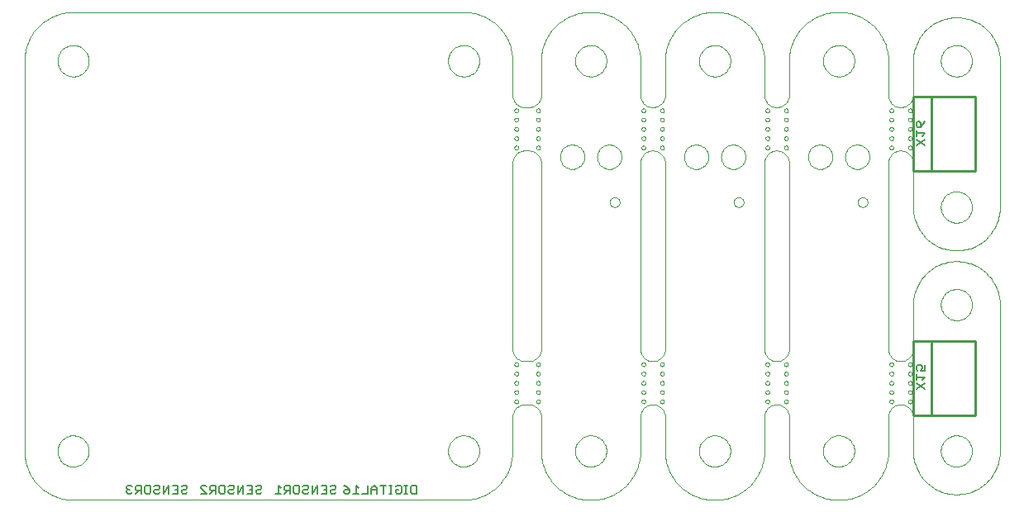
<source format=gbo>
G75*
G70*
%OFA0B0*%
%FSLAX24Y24*%
%IPPOS*%
%LPD*%
%AMOC8*
5,1,8,0,0,1.08239X$1,22.5*
%
%ADD10C,0.0000*%
%ADD11C,0.0060*%
%ADD12C,0.0100*%
D10*
X002285Y000317D02*
X018033Y000317D01*
X017403Y002285D02*
X017405Y002335D01*
X017411Y002385D01*
X017421Y002434D01*
X017435Y002482D01*
X017452Y002529D01*
X017473Y002574D01*
X017498Y002618D01*
X017526Y002659D01*
X017558Y002698D01*
X017592Y002735D01*
X017629Y002769D01*
X017669Y002799D01*
X017711Y002826D01*
X017755Y002850D01*
X017801Y002871D01*
X017848Y002887D01*
X017896Y002900D01*
X017946Y002909D01*
X017995Y002914D01*
X018046Y002915D01*
X018096Y002912D01*
X018145Y002905D01*
X018194Y002894D01*
X018242Y002879D01*
X018288Y002861D01*
X018333Y002839D01*
X018376Y002813D01*
X018417Y002784D01*
X018456Y002752D01*
X018492Y002717D01*
X018524Y002679D01*
X018554Y002639D01*
X018581Y002596D01*
X018604Y002552D01*
X018623Y002506D01*
X018639Y002458D01*
X018651Y002409D01*
X018659Y002360D01*
X018663Y002310D01*
X018663Y002260D01*
X018659Y002210D01*
X018651Y002161D01*
X018639Y002112D01*
X018623Y002064D01*
X018604Y002018D01*
X018581Y001974D01*
X018554Y001931D01*
X018524Y001891D01*
X018492Y001853D01*
X018456Y001818D01*
X018417Y001786D01*
X018376Y001757D01*
X018333Y001731D01*
X018288Y001709D01*
X018242Y001691D01*
X018194Y001676D01*
X018145Y001665D01*
X018096Y001658D01*
X018046Y001655D01*
X017995Y001656D01*
X017946Y001661D01*
X017896Y001670D01*
X017848Y001683D01*
X017801Y001699D01*
X017755Y001720D01*
X017711Y001744D01*
X017669Y001771D01*
X017629Y001801D01*
X017592Y001835D01*
X017558Y001872D01*
X017526Y001911D01*
X017498Y001952D01*
X017473Y001996D01*
X017452Y002041D01*
X017435Y002088D01*
X017421Y002136D01*
X017411Y002185D01*
X017405Y002235D01*
X017403Y002285D01*
X018033Y000316D02*
X018127Y000318D01*
X018220Y000325D01*
X018313Y000336D01*
X018406Y000352D01*
X018497Y000372D01*
X018588Y000396D01*
X018677Y000424D01*
X018765Y000457D01*
X018851Y000494D01*
X018935Y000535D01*
X019018Y000580D01*
X019098Y000629D01*
X019175Y000681D01*
X019250Y000737D01*
X019322Y000797D01*
X019392Y000860D01*
X019458Y000926D01*
X019521Y000996D01*
X019581Y001068D01*
X019637Y001143D01*
X019689Y001220D01*
X019738Y001301D01*
X019783Y001383D01*
X019824Y001467D01*
X019861Y001553D01*
X019894Y001641D01*
X019922Y001730D01*
X019946Y001821D01*
X019966Y001912D01*
X019982Y002005D01*
X019993Y002098D01*
X020000Y002191D01*
X020002Y002285D01*
X020002Y003659D01*
X020004Y003703D01*
X020010Y003746D01*
X020019Y003788D01*
X020032Y003830D01*
X020049Y003870D01*
X020069Y003909D01*
X020092Y003946D01*
X020119Y003980D01*
X020148Y004013D01*
X020181Y004042D01*
X020215Y004069D01*
X020252Y004092D01*
X020291Y004112D01*
X020331Y004129D01*
X020373Y004142D01*
X020415Y004151D01*
X020458Y004157D01*
X020502Y004159D01*
X020659Y004159D01*
X020955Y004284D02*
X020957Y004302D01*
X020963Y004318D01*
X020972Y004333D01*
X020985Y004346D01*
X021000Y004355D01*
X021016Y004361D01*
X021034Y004363D01*
X021052Y004361D01*
X021068Y004355D01*
X021083Y004346D01*
X021096Y004333D01*
X021105Y004318D01*
X021111Y004302D01*
X021113Y004284D01*
X021111Y004266D01*
X021105Y004250D01*
X021096Y004235D01*
X021083Y004222D01*
X021068Y004213D01*
X021052Y004207D01*
X021034Y004205D01*
X021016Y004207D01*
X021000Y004213D01*
X020985Y004222D01*
X020972Y004235D01*
X020963Y004250D01*
X020957Y004266D01*
X020955Y004284D01*
X020955Y004659D02*
X020957Y004677D01*
X020963Y004693D01*
X020972Y004708D01*
X020985Y004721D01*
X021000Y004730D01*
X021016Y004736D01*
X021034Y004738D01*
X021052Y004736D01*
X021068Y004730D01*
X021083Y004721D01*
X021096Y004708D01*
X021105Y004693D01*
X021111Y004677D01*
X021113Y004659D01*
X021111Y004641D01*
X021105Y004625D01*
X021096Y004610D01*
X021083Y004597D01*
X021068Y004588D01*
X021052Y004582D01*
X021034Y004580D01*
X021016Y004582D01*
X021000Y004588D01*
X020985Y004597D01*
X020972Y004610D01*
X020963Y004625D01*
X020957Y004641D01*
X020955Y004659D01*
X020955Y005034D02*
X020957Y005052D01*
X020963Y005068D01*
X020972Y005083D01*
X020985Y005096D01*
X021000Y005105D01*
X021016Y005111D01*
X021034Y005113D01*
X021052Y005111D01*
X021068Y005105D01*
X021083Y005096D01*
X021096Y005083D01*
X021105Y005068D01*
X021111Y005052D01*
X021113Y005034D01*
X021111Y005016D01*
X021105Y005000D01*
X021096Y004985D01*
X021083Y004972D01*
X021068Y004963D01*
X021052Y004957D01*
X021034Y004955D01*
X021016Y004957D01*
X021000Y004963D01*
X020985Y004972D01*
X020972Y004985D01*
X020963Y005000D01*
X020957Y005016D01*
X020955Y005034D01*
X020955Y005409D02*
X020957Y005427D01*
X020963Y005443D01*
X020972Y005458D01*
X020985Y005471D01*
X021000Y005480D01*
X021016Y005486D01*
X021034Y005488D01*
X021052Y005486D01*
X021068Y005480D01*
X021083Y005471D01*
X021096Y005458D01*
X021105Y005443D01*
X021111Y005427D01*
X021113Y005409D01*
X021111Y005391D01*
X021105Y005375D01*
X021096Y005360D01*
X021083Y005347D01*
X021068Y005338D01*
X021052Y005332D01*
X021034Y005330D01*
X021016Y005332D01*
X021000Y005338D01*
X020985Y005347D01*
X020972Y005360D01*
X020963Y005375D01*
X020957Y005391D01*
X020955Y005409D01*
X020955Y005784D02*
X020957Y005802D01*
X020963Y005818D01*
X020972Y005833D01*
X020985Y005846D01*
X021000Y005855D01*
X021016Y005861D01*
X021034Y005863D01*
X021052Y005861D01*
X021068Y005855D01*
X021083Y005846D01*
X021096Y005833D01*
X021105Y005818D01*
X021111Y005802D01*
X021113Y005784D01*
X021111Y005766D01*
X021105Y005750D01*
X021096Y005735D01*
X021083Y005722D01*
X021068Y005713D01*
X021052Y005707D01*
X021034Y005705D01*
X021016Y005707D01*
X021000Y005713D01*
X020985Y005722D01*
X020972Y005735D01*
X020963Y005750D01*
X020957Y005766D01*
X020955Y005784D01*
X020659Y005909D02*
X020502Y005909D01*
X020080Y005784D02*
X020082Y005802D01*
X020088Y005818D01*
X020097Y005833D01*
X020110Y005846D01*
X020125Y005855D01*
X020141Y005861D01*
X020159Y005863D01*
X020177Y005861D01*
X020193Y005855D01*
X020208Y005846D01*
X020221Y005833D01*
X020230Y005818D01*
X020236Y005802D01*
X020238Y005784D01*
X020236Y005766D01*
X020230Y005750D01*
X020221Y005735D01*
X020208Y005722D01*
X020193Y005713D01*
X020177Y005707D01*
X020159Y005705D01*
X020141Y005707D01*
X020125Y005713D01*
X020110Y005722D01*
X020097Y005735D01*
X020088Y005750D01*
X020082Y005766D01*
X020080Y005784D01*
X020080Y005409D02*
X020082Y005427D01*
X020088Y005443D01*
X020097Y005458D01*
X020110Y005471D01*
X020125Y005480D01*
X020141Y005486D01*
X020159Y005488D01*
X020177Y005486D01*
X020193Y005480D01*
X020208Y005471D01*
X020221Y005458D01*
X020230Y005443D01*
X020236Y005427D01*
X020238Y005409D01*
X020236Y005391D01*
X020230Y005375D01*
X020221Y005360D01*
X020208Y005347D01*
X020193Y005338D01*
X020177Y005332D01*
X020159Y005330D01*
X020141Y005332D01*
X020125Y005338D01*
X020110Y005347D01*
X020097Y005360D01*
X020088Y005375D01*
X020082Y005391D01*
X020080Y005409D01*
X020080Y005034D02*
X020082Y005052D01*
X020088Y005068D01*
X020097Y005083D01*
X020110Y005096D01*
X020125Y005105D01*
X020141Y005111D01*
X020159Y005113D01*
X020177Y005111D01*
X020193Y005105D01*
X020208Y005096D01*
X020221Y005083D01*
X020230Y005068D01*
X020236Y005052D01*
X020238Y005034D01*
X020236Y005016D01*
X020230Y005000D01*
X020221Y004985D01*
X020208Y004972D01*
X020193Y004963D01*
X020177Y004957D01*
X020159Y004955D01*
X020141Y004957D01*
X020125Y004963D01*
X020110Y004972D01*
X020097Y004985D01*
X020088Y005000D01*
X020082Y005016D01*
X020080Y005034D01*
X020080Y004659D02*
X020082Y004677D01*
X020088Y004693D01*
X020097Y004708D01*
X020110Y004721D01*
X020125Y004730D01*
X020141Y004736D01*
X020159Y004738D01*
X020177Y004736D01*
X020193Y004730D01*
X020208Y004721D01*
X020221Y004708D01*
X020230Y004693D01*
X020236Y004677D01*
X020238Y004659D01*
X020236Y004641D01*
X020230Y004625D01*
X020221Y004610D01*
X020208Y004597D01*
X020193Y004588D01*
X020177Y004582D01*
X020159Y004580D01*
X020141Y004582D01*
X020125Y004588D01*
X020110Y004597D01*
X020097Y004610D01*
X020088Y004625D01*
X020082Y004641D01*
X020080Y004659D01*
X020080Y004284D02*
X020082Y004302D01*
X020088Y004318D01*
X020097Y004333D01*
X020110Y004346D01*
X020125Y004355D01*
X020141Y004361D01*
X020159Y004363D01*
X020177Y004361D01*
X020193Y004355D01*
X020208Y004346D01*
X020221Y004333D01*
X020230Y004318D01*
X020236Y004302D01*
X020238Y004284D01*
X020236Y004266D01*
X020230Y004250D01*
X020221Y004235D01*
X020208Y004222D01*
X020193Y004213D01*
X020177Y004207D01*
X020159Y004205D01*
X020141Y004207D01*
X020125Y004213D01*
X020110Y004222D01*
X020097Y004235D01*
X020088Y004250D01*
X020082Y004266D01*
X020080Y004284D01*
X020659Y004159D02*
X020703Y004157D01*
X020746Y004151D01*
X020788Y004142D01*
X020830Y004129D01*
X020870Y004112D01*
X020909Y004092D01*
X020946Y004069D01*
X020980Y004042D01*
X021013Y004013D01*
X021042Y003980D01*
X021069Y003946D01*
X021092Y003909D01*
X021112Y003870D01*
X021129Y003830D01*
X021142Y003788D01*
X021151Y003746D01*
X021157Y003703D01*
X021159Y003659D01*
X021159Y002285D01*
X021161Y002191D01*
X021168Y002098D01*
X021179Y002005D01*
X021195Y001912D01*
X021215Y001821D01*
X021239Y001730D01*
X021267Y001641D01*
X021300Y001553D01*
X021337Y001467D01*
X021378Y001383D01*
X021423Y001301D01*
X021472Y001220D01*
X021524Y001143D01*
X021580Y001068D01*
X021640Y000996D01*
X021703Y000926D01*
X021769Y000860D01*
X021839Y000797D01*
X021911Y000737D01*
X021986Y000681D01*
X022063Y000629D01*
X022143Y000580D01*
X022226Y000535D01*
X022310Y000494D01*
X022396Y000457D01*
X022484Y000424D01*
X022573Y000396D01*
X022664Y000372D01*
X022755Y000352D01*
X022848Y000336D01*
X022941Y000325D01*
X023034Y000318D01*
X023128Y000316D01*
X023128Y000317D02*
X023191Y000317D01*
X023191Y000316D02*
X023285Y000318D01*
X023378Y000325D01*
X023471Y000336D01*
X023564Y000352D01*
X023655Y000372D01*
X023746Y000396D01*
X023835Y000424D01*
X023923Y000457D01*
X024009Y000494D01*
X024093Y000535D01*
X024176Y000580D01*
X024256Y000629D01*
X024333Y000681D01*
X024408Y000737D01*
X024480Y000797D01*
X024550Y000860D01*
X024616Y000926D01*
X024679Y000996D01*
X024739Y001068D01*
X024795Y001143D01*
X024847Y001220D01*
X024896Y001301D01*
X024941Y001383D01*
X024982Y001467D01*
X025019Y001553D01*
X025052Y001641D01*
X025080Y001730D01*
X025104Y001821D01*
X025124Y001912D01*
X025140Y002005D01*
X025151Y002098D01*
X025158Y002191D01*
X025160Y002285D01*
X025159Y002285D02*
X025159Y003659D01*
X025659Y004159D02*
X025703Y004157D01*
X025746Y004151D01*
X025788Y004142D01*
X025830Y004129D01*
X025870Y004112D01*
X025909Y004092D01*
X025946Y004069D01*
X025980Y004042D01*
X026013Y004013D01*
X026042Y003980D01*
X026069Y003946D01*
X026092Y003909D01*
X026112Y003870D01*
X026129Y003830D01*
X026142Y003788D01*
X026151Y003746D01*
X026157Y003703D01*
X026159Y003659D01*
X026159Y002285D01*
X026161Y002191D01*
X026168Y002098D01*
X026179Y002005D01*
X026195Y001912D01*
X026215Y001821D01*
X026239Y001730D01*
X026267Y001641D01*
X026300Y001553D01*
X026337Y001467D01*
X026378Y001383D01*
X026423Y001301D01*
X026472Y001220D01*
X026524Y001143D01*
X026580Y001068D01*
X026640Y000996D01*
X026703Y000926D01*
X026769Y000860D01*
X026839Y000797D01*
X026911Y000737D01*
X026986Y000681D01*
X027063Y000629D01*
X027143Y000580D01*
X027226Y000535D01*
X027310Y000494D01*
X027396Y000457D01*
X027484Y000424D01*
X027573Y000396D01*
X027664Y000372D01*
X027755Y000352D01*
X027848Y000336D01*
X027941Y000325D01*
X028034Y000318D01*
X028128Y000316D01*
X028128Y000317D02*
X028191Y000317D01*
X028191Y000316D02*
X028285Y000318D01*
X028378Y000325D01*
X028471Y000336D01*
X028564Y000352D01*
X028655Y000372D01*
X028746Y000396D01*
X028835Y000424D01*
X028923Y000457D01*
X029009Y000494D01*
X029093Y000535D01*
X029176Y000580D01*
X029256Y000629D01*
X029333Y000681D01*
X029408Y000737D01*
X029480Y000797D01*
X029550Y000860D01*
X029616Y000926D01*
X029679Y000996D01*
X029739Y001068D01*
X029795Y001143D01*
X029847Y001220D01*
X029896Y001301D01*
X029941Y001383D01*
X029982Y001467D01*
X030019Y001553D01*
X030052Y001641D01*
X030080Y001730D01*
X030104Y001821D01*
X030124Y001912D01*
X030140Y002005D01*
X030151Y002098D01*
X030158Y002191D01*
X030160Y002285D01*
X030159Y002285D02*
X030159Y003659D01*
X030659Y004159D02*
X030703Y004157D01*
X030746Y004151D01*
X030788Y004142D01*
X030830Y004129D01*
X030870Y004112D01*
X030909Y004092D01*
X030946Y004069D01*
X030980Y004042D01*
X031013Y004013D01*
X031042Y003980D01*
X031069Y003946D01*
X031092Y003909D01*
X031112Y003870D01*
X031129Y003830D01*
X031142Y003788D01*
X031151Y003746D01*
X031157Y003703D01*
X031159Y003659D01*
X031159Y002285D01*
X031161Y002191D01*
X031168Y002098D01*
X031179Y002005D01*
X031195Y001912D01*
X031215Y001821D01*
X031239Y001730D01*
X031267Y001641D01*
X031300Y001553D01*
X031337Y001467D01*
X031378Y001383D01*
X031423Y001301D01*
X031472Y001220D01*
X031524Y001143D01*
X031580Y001068D01*
X031640Y000996D01*
X031703Y000926D01*
X031769Y000860D01*
X031839Y000797D01*
X031911Y000737D01*
X031986Y000681D01*
X032063Y000629D01*
X032143Y000580D01*
X032226Y000535D01*
X032310Y000494D01*
X032396Y000457D01*
X032484Y000424D01*
X032573Y000396D01*
X032664Y000372D01*
X032755Y000352D01*
X032848Y000336D01*
X032941Y000325D01*
X033034Y000318D01*
X033128Y000316D01*
X033128Y000317D02*
X033191Y000317D01*
X033191Y000316D02*
X033285Y000318D01*
X033378Y000325D01*
X033471Y000336D01*
X033564Y000352D01*
X033655Y000372D01*
X033746Y000396D01*
X033835Y000424D01*
X033923Y000457D01*
X034009Y000494D01*
X034093Y000535D01*
X034176Y000580D01*
X034256Y000629D01*
X034333Y000681D01*
X034408Y000737D01*
X034480Y000797D01*
X034550Y000860D01*
X034616Y000926D01*
X034679Y000996D01*
X034739Y001068D01*
X034795Y001143D01*
X034847Y001220D01*
X034896Y001301D01*
X034941Y001383D01*
X034982Y001467D01*
X035019Y001553D01*
X035052Y001641D01*
X035080Y001730D01*
X035104Y001821D01*
X035124Y001912D01*
X035140Y002005D01*
X035151Y002098D01*
X035158Y002191D01*
X035160Y002285D01*
X035159Y002285D02*
X035159Y003659D01*
X035659Y004159D02*
X035703Y004157D01*
X035746Y004151D01*
X035788Y004142D01*
X035830Y004129D01*
X035870Y004112D01*
X035909Y004092D01*
X035946Y004069D01*
X035980Y004042D01*
X036013Y004013D01*
X036042Y003980D01*
X036069Y003946D01*
X036092Y003909D01*
X036112Y003870D01*
X036129Y003830D01*
X036142Y003788D01*
X036151Y003746D01*
X036157Y003703D01*
X036159Y003659D01*
X036159Y002285D01*
X037279Y002285D02*
X037281Y002335D01*
X037287Y002385D01*
X037297Y002434D01*
X037311Y002482D01*
X037328Y002529D01*
X037349Y002574D01*
X037374Y002618D01*
X037402Y002659D01*
X037434Y002698D01*
X037468Y002735D01*
X037505Y002769D01*
X037545Y002799D01*
X037587Y002826D01*
X037631Y002850D01*
X037677Y002871D01*
X037724Y002887D01*
X037772Y002900D01*
X037822Y002909D01*
X037871Y002914D01*
X037922Y002915D01*
X037972Y002912D01*
X038021Y002905D01*
X038070Y002894D01*
X038118Y002879D01*
X038164Y002861D01*
X038209Y002839D01*
X038252Y002813D01*
X038293Y002784D01*
X038332Y002752D01*
X038368Y002717D01*
X038400Y002679D01*
X038430Y002639D01*
X038457Y002596D01*
X038480Y002552D01*
X038499Y002506D01*
X038515Y002458D01*
X038527Y002409D01*
X038535Y002360D01*
X038539Y002310D01*
X038539Y002260D01*
X038535Y002210D01*
X038527Y002161D01*
X038515Y002112D01*
X038499Y002064D01*
X038480Y002018D01*
X038457Y001974D01*
X038430Y001931D01*
X038400Y001891D01*
X038368Y001853D01*
X038332Y001818D01*
X038293Y001786D01*
X038252Y001757D01*
X038209Y001731D01*
X038164Y001709D01*
X038118Y001691D01*
X038070Y001676D01*
X038021Y001665D01*
X037972Y001658D01*
X037922Y001655D01*
X037871Y001656D01*
X037822Y001661D01*
X037772Y001670D01*
X037724Y001683D01*
X037677Y001699D01*
X037631Y001720D01*
X037587Y001744D01*
X037545Y001771D01*
X037505Y001801D01*
X037468Y001835D01*
X037434Y001872D01*
X037402Y001911D01*
X037374Y001952D01*
X037349Y001996D01*
X037328Y002041D01*
X037311Y002088D01*
X037297Y002136D01*
X037287Y002185D01*
X037281Y002235D01*
X037279Y002285D01*
X037911Y000533D02*
X037994Y000535D01*
X038077Y000541D01*
X038160Y000551D01*
X038242Y000565D01*
X038323Y000582D01*
X038403Y000604D01*
X038483Y000629D01*
X038561Y000658D01*
X038637Y000691D01*
X038712Y000727D01*
X038785Y000767D01*
X038856Y000810D01*
X038925Y000857D01*
X038992Y000907D01*
X039056Y000960D01*
X039117Y001016D01*
X039176Y001075D01*
X039232Y001136D01*
X039285Y001200D01*
X039335Y001267D01*
X039382Y001336D01*
X039425Y001407D01*
X039465Y001480D01*
X039501Y001555D01*
X039534Y001631D01*
X039563Y001709D01*
X039588Y001789D01*
X039610Y001869D01*
X039627Y001950D01*
X039641Y002032D01*
X039651Y002115D01*
X039657Y002198D01*
X039659Y002281D01*
X039659Y008195D01*
X039657Y008278D01*
X039651Y008361D01*
X039641Y008444D01*
X039627Y008526D01*
X039610Y008607D01*
X039588Y008687D01*
X039563Y008767D01*
X039534Y008845D01*
X039501Y008921D01*
X039465Y008996D01*
X039425Y009069D01*
X039382Y009140D01*
X039335Y009209D01*
X039285Y009276D01*
X039232Y009340D01*
X039176Y009401D01*
X039117Y009460D01*
X039056Y009516D01*
X038992Y009569D01*
X038925Y009619D01*
X038856Y009666D01*
X038785Y009709D01*
X038712Y009749D01*
X038637Y009785D01*
X038561Y009818D01*
X038483Y009847D01*
X038403Y009872D01*
X038323Y009894D01*
X038242Y009911D01*
X038160Y009925D01*
X038077Y009935D01*
X037994Y009941D01*
X037911Y009943D01*
X037279Y008191D02*
X037281Y008241D01*
X037287Y008291D01*
X037297Y008340D01*
X037311Y008388D01*
X037328Y008435D01*
X037349Y008480D01*
X037374Y008524D01*
X037402Y008565D01*
X037434Y008604D01*
X037468Y008641D01*
X037505Y008675D01*
X037545Y008705D01*
X037587Y008732D01*
X037631Y008756D01*
X037677Y008777D01*
X037724Y008793D01*
X037772Y008806D01*
X037822Y008815D01*
X037871Y008820D01*
X037922Y008821D01*
X037972Y008818D01*
X038021Y008811D01*
X038070Y008800D01*
X038118Y008785D01*
X038164Y008767D01*
X038209Y008745D01*
X038252Y008719D01*
X038293Y008690D01*
X038332Y008658D01*
X038368Y008623D01*
X038400Y008585D01*
X038430Y008545D01*
X038457Y008502D01*
X038480Y008458D01*
X038499Y008412D01*
X038515Y008364D01*
X038527Y008315D01*
X038535Y008266D01*
X038539Y008216D01*
X038539Y008166D01*
X038535Y008116D01*
X038527Y008067D01*
X038515Y008018D01*
X038499Y007970D01*
X038480Y007924D01*
X038457Y007880D01*
X038430Y007837D01*
X038400Y007797D01*
X038368Y007759D01*
X038332Y007724D01*
X038293Y007692D01*
X038252Y007663D01*
X038209Y007637D01*
X038164Y007615D01*
X038118Y007597D01*
X038070Y007582D01*
X038021Y007571D01*
X037972Y007564D01*
X037922Y007561D01*
X037871Y007562D01*
X037822Y007567D01*
X037772Y007576D01*
X037724Y007589D01*
X037677Y007605D01*
X037631Y007626D01*
X037587Y007650D01*
X037545Y007677D01*
X037505Y007707D01*
X037468Y007741D01*
X037434Y007778D01*
X037402Y007817D01*
X037374Y007858D01*
X037349Y007902D01*
X037328Y007947D01*
X037311Y007994D01*
X037297Y008042D01*
X037287Y008091D01*
X037281Y008141D01*
X037279Y008191D01*
X036159Y008191D02*
X036161Y008274D01*
X036167Y008358D01*
X036177Y008440D01*
X036191Y008523D01*
X036208Y008604D01*
X036230Y008685D01*
X036255Y008764D01*
X036284Y008842D01*
X036317Y008919D01*
X036354Y008994D01*
X036394Y009067D01*
X036437Y009138D01*
X036484Y009207D01*
X036534Y009274D01*
X036587Y009338D01*
X036643Y009400D01*
X036702Y009459D01*
X036764Y009515D01*
X036828Y009568D01*
X036895Y009618D01*
X036964Y009665D01*
X037035Y009708D01*
X037108Y009748D01*
X037183Y009785D01*
X037260Y009818D01*
X037338Y009847D01*
X037417Y009872D01*
X037498Y009894D01*
X037579Y009911D01*
X037662Y009925D01*
X037744Y009935D01*
X037828Y009941D01*
X037911Y009943D01*
X036159Y008191D02*
X036159Y006409D01*
X036157Y006365D01*
X036151Y006322D01*
X036142Y006280D01*
X036129Y006238D01*
X036112Y006198D01*
X036092Y006159D01*
X036069Y006122D01*
X036042Y006088D01*
X036013Y006055D01*
X035980Y006026D01*
X035946Y005999D01*
X035909Y005976D01*
X035870Y005956D01*
X035830Y005939D01*
X035788Y005926D01*
X035746Y005917D01*
X035703Y005911D01*
X035659Y005909D01*
X035205Y005784D02*
X035207Y005802D01*
X035213Y005818D01*
X035222Y005833D01*
X035235Y005846D01*
X035250Y005855D01*
X035266Y005861D01*
X035284Y005863D01*
X035302Y005861D01*
X035318Y005855D01*
X035333Y005846D01*
X035346Y005833D01*
X035355Y005818D01*
X035361Y005802D01*
X035363Y005784D01*
X035361Y005766D01*
X035355Y005750D01*
X035346Y005735D01*
X035333Y005722D01*
X035318Y005713D01*
X035302Y005707D01*
X035284Y005705D01*
X035266Y005707D01*
X035250Y005713D01*
X035235Y005722D01*
X035222Y005735D01*
X035213Y005750D01*
X035207Y005766D01*
X035205Y005784D01*
X035205Y005409D02*
X035207Y005427D01*
X035213Y005443D01*
X035222Y005458D01*
X035235Y005471D01*
X035250Y005480D01*
X035266Y005486D01*
X035284Y005488D01*
X035302Y005486D01*
X035318Y005480D01*
X035333Y005471D01*
X035346Y005458D01*
X035355Y005443D01*
X035361Y005427D01*
X035363Y005409D01*
X035361Y005391D01*
X035355Y005375D01*
X035346Y005360D01*
X035333Y005347D01*
X035318Y005338D01*
X035302Y005332D01*
X035284Y005330D01*
X035266Y005332D01*
X035250Y005338D01*
X035235Y005347D01*
X035222Y005360D01*
X035213Y005375D01*
X035207Y005391D01*
X035205Y005409D01*
X035205Y005034D02*
X035207Y005052D01*
X035213Y005068D01*
X035222Y005083D01*
X035235Y005096D01*
X035250Y005105D01*
X035266Y005111D01*
X035284Y005113D01*
X035302Y005111D01*
X035318Y005105D01*
X035333Y005096D01*
X035346Y005083D01*
X035355Y005068D01*
X035361Y005052D01*
X035363Y005034D01*
X035361Y005016D01*
X035355Y005000D01*
X035346Y004985D01*
X035333Y004972D01*
X035318Y004963D01*
X035302Y004957D01*
X035284Y004955D01*
X035266Y004957D01*
X035250Y004963D01*
X035235Y004972D01*
X035222Y004985D01*
X035213Y005000D01*
X035207Y005016D01*
X035205Y005034D01*
X035205Y004659D02*
X035207Y004677D01*
X035213Y004693D01*
X035222Y004708D01*
X035235Y004721D01*
X035250Y004730D01*
X035266Y004736D01*
X035284Y004738D01*
X035302Y004736D01*
X035318Y004730D01*
X035333Y004721D01*
X035346Y004708D01*
X035355Y004693D01*
X035361Y004677D01*
X035363Y004659D01*
X035361Y004641D01*
X035355Y004625D01*
X035346Y004610D01*
X035333Y004597D01*
X035318Y004588D01*
X035302Y004582D01*
X035284Y004580D01*
X035266Y004582D01*
X035250Y004588D01*
X035235Y004597D01*
X035222Y004610D01*
X035213Y004625D01*
X035207Y004641D01*
X035205Y004659D01*
X035205Y004284D02*
X035207Y004302D01*
X035213Y004318D01*
X035222Y004333D01*
X035235Y004346D01*
X035250Y004355D01*
X035266Y004361D01*
X035284Y004363D01*
X035302Y004361D01*
X035318Y004355D01*
X035333Y004346D01*
X035346Y004333D01*
X035355Y004318D01*
X035361Y004302D01*
X035363Y004284D01*
X035361Y004266D01*
X035355Y004250D01*
X035346Y004235D01*
X035333Y004222D01*
X035318Y004213D01*
X035302Y004207D01*
X035284Y004205D01*
X035266Y004207D01*
X035250Y004213D01*
X035235Y004222D01*
X035222Y004235D01*
X035213Y004250D01*
X035207Y004266D01*
X035205Y004284D01*
X035659Y004159D02*
X035615Y004157D01*
X035572Y004151D01*
X035530Y004142D01*
X035488Y004129D01*
X035448Y004112D01*
X035409Y004092D01*
X035372Y004069D01*
X035338Y004042D01*
X035305Y004013D01*
X035276Y003980D01*
X035249Y003946D01*
X035226Y003909D01*
X035206Y003870D01*
X035189Y003830D01*
X035176Y003788D01*
X035167Y003746D01*
X035161Y003703D01*
X035159Y003659D01*
X035955Y004284D02*
X035957Y004302D01*
X035963Y004318D01*
X035972Y004333D01*
X035985Y004346D01*
X036000Y004355D01*
X036016Y004361D01*
X036034Y004363D01*
X036052Y004361D01*
X036068Y004355D01*
X036083Y004346D01*
X036096Y004333D01*
X036105Y004318D01*
X036111Y004302D01*
X036113Y004284D01*
X036111Y004266D01*
X036105Y004250D01*
X036096Y004235D01*
X036083Y004222D01*
X036068Y004213D01*
X036052Y004207D01*
X036034Y004205D01*
X036016Y004207D01*
X036000Y004213D01*
X035985Y004222D01*
X035972Y004235D01*
X035963Y004250D01*
X035957Y004266D01*
X035955Y004284D01*
X035955Y004659D02*
X035957Y004677D01*
X035963Y004693D01*
X035972Y004708D01*
X035985Y004721D01*
X036000Y004730D01*
X036016Y004736D01*
X036034Y004738D01*
X036052Y004736D01*
X036068Y004730D01*
X036083Y004721D01*
X036096Y004708D01*
X036105Y004693D01*
X036111Y004677D01*
X036113Y004659D01*
X036111Y004641D01*
X036105Y004625D01*
X036096Y004610D01*
X036083Y004597D01*
X036068Y004588D01*
X036052Y004582D01*
X036034Y004580D01*
X036016Y004582D01*
X036000Y004588D01*
X035985Y004597D01*
X035972Y004610D01*
X035963Y004625D01*
X035957Y004641D01*
X035955Y004659D01*
X035955Y005034D02*
X035957Y005052D01*
X035963Y005068D01*
X035972Y005083D01*
X035985Y005096D01*
X036000Y005105D01*
X036016Y005111D01*
X036034Y005113D01*
X036052Y005111D01*
X036068Y005105D01*
X036083Y005096D01*
X036096Y005083D01*
X036105Y005068D01*
X036111Y005052D01*
X036113Y005034D01*
X036111Y005016D01*
X036105Y005000D01*
X036096Y004985D01*
X036083Y004972D01*
X036068Y004963D01*
X036052Y004957D01*
X036034Y004955D01*
X036016Y004957D01*
X036000Y004963D01*
X035985Y004972D01*
X035972Y004985D01*
X035963Y005000D01*
X035957Y005016D01*
X035955Y005034D01*
X035955Y005409D02*
X035957Y005427D01*
X035963Y005443D01*
X035972Y005458D01*
X035985Y005471D01*
X036000Y005480D01*
X036016Y005486D01*
X036034Y005488D01*
X036052Y005486D01*
X036068Y005480D01*
X036083Y005471D01*
X036096Y005458D01*
X036105Y005443D01*
X036111Y005427D01*
X036113Y005409D01*
X036111Y005391D01*
X036105Y005375D01*
X036096Y005360D01*
X036083Y005347D01*
X036068Y005338D01*
X036052Y005332D01*
X036034Y005330D01*
X036016Y005332D01*
X036000Y005338D01*
X035985Y005347D01*
X035972Y005360D01*
X035963Y005375D01*
X035957Y005391D01*
X035955Y005409D01*
X035955Y005784D02*
X035957Y005802D01*
X035963Y005818D01*
X035972Y005833D01*
X035985Y005846D01*
X036000Y005855D01*
X036016Y005861D01*
X036034Y005863D01*
X036052Y005861D01*
X036068Y005855D01*
X036083Y005846D01*
X036096Y005833D01*
X036105Y005818D01*
X036111Y005802D01*
X036113Y005784D01*
X036111Y005766D01*
X036105Y005750D01*
X036096Y005735D01*
X036083Y005722D01*
X036068Y005713D01*
X036052Y005707D01*
X036034Y005705D01*
X036016Y005707D01*
X036000Y005713D01*
X035985Y005722D01*
X035972Y005735D01*
X035963Y005750D01*
X035957Y005766D01*
X035955Y005784D01*
X035659Y005909D02*
X035615Y005911D01*
X035572Y005917D01*
X035530Y005926D01*
X035488Y005939D01*
X035448Y005956D01*
X035409Y005976D01*
X035372Y005999D01*
X035338Y006026D01*
X035305Y006055D01*
X035276Y006088D01*
X035249Y006122D01*
X035226Y006159D01*
X035206Y006198D01*
X035189Y006238D01*
X035176Y006280D01*
X035167Y006322D01*
X035161Y006365D01*
X035159Y006409D01*
X035159Y013909D01*
X035659Y014409D02*
X035703Y014407D01*
X035746Y014401D01*
X035788Y014392D01*
X035830Y014379D01*
X035870Y014362D01*
X035909Y014342D01*
X035946Y014319D01*
X035980Y014292D01*
X036013Y014263D01*
X036042Y014230D01*
X036069Y014196D01*
X036092Y014159D01*
X036112Y014120D01*
X036129Y014080D01*
X036142Y014038D01*
X036151Y013996D01*
X036157Y013953D01*
X036159Y013909D01*
X036159Y012128D01*
X037279Y012128D02*
X037281Y012178D01*
X037287Y012228D01*
X037297Y012277D01*
X037311Y012325D01*
X037328Y012372D01*
X037349Y012417D01*
X037374Y012461D01*
X037402Y012502D01*
X037434Y012541D01*
X037468Y012578D01*
X037505Y012612D01*
X037545Y012642D01*
X037587Y012669D01*
X037631Y012693D01*
X037677Y012714D01*
X037724Y012730D01*
X037772Y012743D01*
X037822Y012752D01*
X037871Y012757D01*
X037922Y012758D01*
X037972Y012755D01*
X038021Y012748D01*
X038070Y012737D01*
X038118Y012722D01*
X038164Y012704D01*
X038209Y012682D01*
X038252Y012656D01*
X038293Y012627D01*
X038332Y012595D01*
X038368Y012560D01*
X038400Y012522D01*
X038430Y012482D01*
X038457Y012439D01*
X038480Y012395D01*
X038499Y012349D01*
X038515Y012301D01*
X038527Y012252D01*
X038535Y012203D01*
X038539Y012153D01*
X038539Y012103D01*
X038535Y012053D01*
X038527Y012004D01*
X038515Y011955D01*
X038499Y011907D01*
X038480Y011861D01*
X038457Y011817D01*
X038430Y011774D01*
X038400Y011734D01*
X038368Y011696D01*
X038332Y011661D01*
X038293Y011629D01*
X038252Y011600D01*
X038209Y011574D01*
X038164Y011552D01*
X038118Y011534D01*
X038070Y011519D01*
X038021Y011508D01*
X037972Y011501D01*
X037922Y011498D01*
X037871Y011499D01*
X037822Y011504D01*
X037772Y011513D01*
X037724Y011526D01*
X037677Y011542D01*
X037631Y011563D01*
X037587Y011587D01*
X037545Y011614D01*
X037505Y011644D01*
X037468Y011678D01*
X037434Y011715D01*
X037402Y011754D01*
X037374Y011795D01*
X037349Y011839D01*
X037328Y011884D01*
X037311Y011931D01*
X037297Y011979D01*
X037287Y012028D01*
X037281Y012078D01*
X037279Y012128D01*
X036159Y012128D02*
X036161Y012045D01*
X036167Y011961D01*
X036177Y011879D01*
X036191Y011796D01*
X036208Y011715D01*
X036230Y011634D01*
X036255Y011555D01*
X036284Y011477D01*
X036317Y011400D01*
X036354Y011325D01*
X036394Y011252D01*
X036437Y011181D01*
X036484Y011112D01*
X036534Y011045D01*
X036587Y010981D01*
X036643Y010919D01*
X036702Y010860D01*
X036764Y010804D01*
X036828Y010751D01*
X036895Y010701D01*
X036964Y010654D01*
X037035Y010611D01*
X037108Y010571D01*
X037183Y010534D01*
X037260Y010501D01*
X037338Y010472D01*
X037417Y010447D01*
X037498Y010425D01*
X037579Y010408D01*
X037662Y010394D01*
X037744Y010384D01*
X037828Y010378D01*
X037911Y010376D01*
X037994Y010378D01*
X038077Y010384D01*
X038160Y010394D01*
X038242Y010408D01*
X038323Y010425D01*
X038403Y010447D01*
X038483Y010472D01*
X038561Y010501D01*
X038637Y010534D01*
X038712Y010570D01*
X038785Y010610D01*
X038856Y010653D01*
X038925Y010700D01*
X038992Y010750D01*
X039056Y010803D01*
X039117Y010859D01*
X039176Y010918D01*
X039232Y010979D01*
X039285Y011043D01*
X039335Y011110D01*
X039382Y011179D01*
X039425Y011250D01*
X039465Y011323D01*
X039501Y011398D01*
X039534Y011474D01*
X039563Y011552D01*
X039588Y011632D01*
X039610Y011712D01*
X039627Y011793D01*
X039641Y011875D01*
X039651Y011958D01*
X039657Y012041D01*
X039659Y012124D01*
X039659Y018037D01*
X039657Y018120D01*
X039651Y018203D01*
X039641Y018286D01*
X039627Y018368D01*
X039610Y018449D01*
X039588Y018529D01*
X039563Y018609D01*
X039534Y018687D01*
X039501Y018763D01*
X039465Y018838D01*
X039425Y018911D01*
X039382Y018982D01*
X039335Y019051D01*
X039285Y019118D01*
X039232Y019182D01*
X039176Y019243D01*
X039117Y019302D01*
X039056Y019358D01*
X038992Y019411D01*
X038925Y019461D01*
X038856Y019508D01*
X038785Y019551D01*
X038712Y019591D01*
X038637Y019627D01*
X038561Y019660D01*
X038483Y019689D01*
X038403Y019714D01*
X038323Y019736D01*
X038242Y019753D01*
X038160Y019767D01*
X038077Y019777D01*
X037994Y019783D01*
X037911Y019785D01*
X037279Y018033D02*
X037281Y018083D01*
X037287Y018133D01*
X037297Y018182D01*
X037311Y018230D01*
X037328Y018277D01*
X037349Y018322D01*
X037374Y018366D01*
X037402Y018407D01*
X037434Y018446D01*
X037468Y018483D01*
X037505Y018517D01*
X037545Y018547D01*
X037587Y018574D01*
X037631Y018598D01*
X037677Y018619D01*
X037724Y018635D01*
X037772Y018648D01*
X037822Y018657D01*
X037871Y018662D01*
X037922Y018663D01*
X037972Y018660D01*
X038021Y018653D01*
X038070Y018642D01*
X038118Y018627D01*
X038164Y018609D01*
X038209Y018587D01*
X038252Y018561D01*
X038293Y018532D01*
X038332Y018500D01*
X038368Y018465D01*
X038400Y018427D01*
X038430Y018387D01*
X038457Y018344D01*
X038480Y018300D01*
X038499Y018254D01*
X038515Y018206D01*
X038527Y018157D01*
X038535Y018108D01*
X038539Y018058D01*
X038539Y018008D01*
X038535Y017958D01*
X038527Y017909D01*
X038515Y017860D01*
X038499Y017812D01*
X038480Y017766D01*
X038457Y017722D01*
X038430Y017679D01*
X038400Y017639D01*
X038368Y017601D01*
X038332Y017566D01*
X038293Y017534D01*
X038252Y017505D01*
X038209Y017479D01*
X038164Y017457D01*
X038118Y017439D01*
X038070Y017424D01*
X038021Y017413D01*
X037972Y017406D01*
X037922Y017403D01*
X037871Y017404D01*
X037822Y017409D01*
X037772Y017418D01*
X037724Y017431D01*
X037677Y017447D01*
X037631Y017468D01*
X037587Y017492D01*
X037545Y017519D01*
X037505Y017549D01*
X037468Y017583D01*
X037434Y017620D01*
X037402Y017659D01*
X037374Y017700D01*
X037349Y017744D01*
X037328Y017789D01*
X037311Y017836D01*
X037297Y017884D01*
X037287Y017933D01*
X037281Y017983D01*
X037279Y018033D01*
X036159Y018033D02*
X036161Y018116D01*
X036167Y018200D01*
X036177Y018282D01*
X036191Y018365D01*
X036208Y018446D01*
X036230Y018527D01*
X036255Y018606D01*
X036284Y018684D01*
X036317Y018761D01*
X036354Y018836D01*
X036394Y018909D01*
X036437Y018980D01*
X036484Y019049D01*
X036534Y019116D01*
X036587Y019180D01*
X036643Y019242D01*
X036702Y019301D01*
X036764Y019357D01*
X036828Y019410D01*
X036895Y019460D01*
X036964Y019507D01*
X037035Y019550D01*
X037108Y019590D01*
X037183Y019627D01*
X037260Y019660D01*
X037338Y019689D01*
X037417Y019714D01*
X037498Y019736D01*
X037579Y019753D01*
X037662Y019767D01*
X037744Y019777D01*
X037828Y019783D01*
X037911Y019785D01*
X036159Y018033D02*
X036159Y016659D01*
X036157Y016615D01*
X036151Y016572D01*
X036142Y016530D01*
X036129Y016488D01*
X036112Y016448D01*
X036092Y016409D01*
X036069Y016372D01*
X036042Y016338D01*
X036013Y016305D01*
X035980Y016276D01*
X035946Y016249D01*
X035909Y016226D01*
X035870Y016206D01*
X035830Y016189D01*
X035788Y016176D01*
X035746Y016167D01*
X035703Y016161D01*
X035659Y016159D01*
X035205Y016034D02*
X035207Y016052D01*
X035213Y016068D01*
X035222Y016083D01*
X035235Y016096D01*
X035250Y016105D01*
X035266Y016111D01*
X035284Y016113D01*
X035302Y016111D01*
X035318Y016105D01*
X035333Y016096D01*
X035346Y016083D01*
X035355Y016068D01*
X035361Y016052D01*
X035363Y016034D01*
X035361Y016016D01*
X035355Y016000D01*
X035346Y015985D01*
X035333Y015972D01*
X035318Y015963D01*
X035302Y015957D01*
X035284Y015955D01*
X035266Y015957D01*
X035250Y015963D01*
X035235Y015972D01*
X035222Y015985D01*
X035213Y016000D01*
X035207Y016016D01*
X035205Y016034D01*
X035205Y015659D02*
X035207Y015677D01*
X035213Y015693D01*
X035222Y015708D01*
X035235Y015721D01*
X035250Y015730D01*
X035266Y015736D01*
X035284Y015738D01*
X035302Y015736D01*
X035318Y015730D01*
X035333Y015721D01*
X035346Y015708D01*
X035355Y015693D01*
X035361Y015677D01*
X035363Y015659D01*
X035361Y015641D01*
X035355Y015625D01*
X035346Y015610D01*
X035333Y015597D01*
X035318Y015588D01*
X035302Y015582D01*
X035284Y015580D01*
X035266Y015582D01*
X035250Y015588D01*
X035235Y015597D01*
X035222Y015610D01*
X035213Y015625D01*
X035207Y015641D01*
X035205Y015659D01*
X035205Y015284D02*
X035207Y015302D01*
X035213Y015318D01*
X035222Y015333D01*
X035235Y015346D01*
X035250Y015355D01*
X035266Y015361D01*
X035284Y015363D01*
X035302Y015361D01*
X035318Y015355D01*
X035333Y015346D01*
X035346Y015333D01*
X035355Y015318D01*
X035361Y015302D01*
X035363Y015284D01*
X035361Y015266D01*
X035355Y015250D01*
X035346Y015235D01*
X035333Y015222D01*
X035318Y015213D01*
X035302Y015207D01*
X035284Y015205D01*
X035266Y015207D01*
X035250Y015213D01*
X035235Y015222D01*
X035222Y015235D01*
X035213Y015250D01*
X035207Y015266D01*
X035205Y015284D01*
X035205Y014909D02*
X035207Y014927D01*
X035213Y014943D01*
X035222Y014958D01*
X035235Y014971D01*
X035250Y014980D01*
X035266Y014986D01*
X035284Y014988D01*
X035302Y014986D01*
X035318Y014980D01*
X035333Y014971D01*
X035346Y014958D01*
X035355Y014943D01*
X035361Y014927D01*
X035363Y014909D01*
X035361Y014891D01*
X035355Y014875D01*
X035346Y014860D01*
X035333Y014847D01*
X035318Y014838D01*
X035302Y014832D01*
X035284Y014830D01*
X035266Y014832D01*
X035250Y014838D01*
X035235Y014847D01*
X035222Y014860D01*
X035213Y014875D01*
X035207Y014891D01*
X035205Y014909D01*
X035205Y014534D02*
X035207Y014552D01*
X035213Y014568D01*
X035222Y014583D01*
X035235Y014596D01*
X035250Y014605D01*
X035266Y014611D01*
X035284Y014613D01*
X035302Y014611D01*
X035318Y014605D01*
X035333Y014596D01*
X035346Y014583D01*
X035355Y014568D01*
X035361Y014552D01*
X035363Y014534D01*
X035361Y014516D01*
X035355Y014500D01*
X035346Y014485D01*
X035333Y014472D01*
X035318Y014463D01*
X035302Y014457D01*
X035284Y014455D01*
X035266Y014457D01*
X035250Y014463D01*
X035235Y014472D01*
X035222Y014485D01*
X035213Y014500D01*
X035207Y014516D01*
X035205Y014534D01*
X035659Y014409D02*
X035615Y014407D01*
X035572Y014401D01*
X035530Y014392D01*
X035488Y014379D01*
X035448Y014362D01*
X035409Y014342D01*
X035372Y014319D01*
X035338Y014292D01*
X035305Y014263D01*
X035276Y014230D01*
X035249Y014196D01*
X035226Y014159D01*
X035206Y014120D01*
X035189Y014080D01*
X035176Y014038D01*
X035167Y013996D01*
X035161Y013953D01*
X035159Y013909D01*
X035955Y014534D02*
X035957Y014552D01*
X035963Y014568D01*
X035972Y014583D01*
X035985Y014596D01*
X036000Y014605D01*
X036016Y014611D01*
X036034Y014613D01*
X036052Y014611D01*
X036068Y014605D01*
X036083Y014596D01*
X036096Y014583D01*
X036105Y014568D01*
X036111Y014552D01*
X036113Y014534D01*
X036111Y014516D01*
X036105Y014500D01*
X036096Y014485D01*
X036083Y014472D01*
X036068Y014463D01*
X036052Y014457D01*
X036034Y014455D01*
X036016Y014457D01*
X036000Y014463D01*
X035985Y014472D01*
X035972Y014485D01*
X035963Y014500D01*
X035957Y014516D01*
X035955Y014534D01*
X035955Y014909D02*
X035957Y014927D01*
X035963Y014943D01*
X035972Y014958D01*
X035985Y014971D01*
X036000Y014980D01*
X036016Y014986D01*
X036034Y014988D01*
X036052Y014986D01*
X036068Y014980D01*
X036083Y014971D01*
X036096Y014958D01*
X036105Y014943D01*
X036111Y014927D01*
X036113Y014909D01*
X036111Y014891D01*
X036105Y014875D01*
X036096Y014860D01*
X036083Y014847D01*
X036068Y014838D01*
X036052Y014832D01*
X036034Y014830D01*
X036016Y014832D01*
X036000Y014838D01*
X035985Y014847D01*
X035972Y014860D01*
X035963Y014875D01*
X035957Y014891D01*
X035955Y014909D01*
X035955Y015284D02*
X035957Y015302D01*
X035963Y015318D01*
X035972Y015333D01*
X035985Y015346D01*
X036000Y015355D01*
X036016Y015361D01*
X036034Y015363D01*
X036052Y015361D01*
X036068Y015355D01*
X036083Y015346D01*
X036096Y015333D01*
X036105Y015318D01*
X036111Y015302D01*
X036113Y015284D01*
X036111Y015266D01*
X036105Y015250D01*
X036096Y015235D01*
X036083Y015222D01*
X036068Y015213D01*
X036052Y015207D01*
X036034Y015205D01*
X036016Y015207D01*
X036000Y015213D01*
X035985Y015222D01*
X035972Y015235D01*
X035963Y015250D01*
X035957Y015266D01*
X035955Y015284D01*
X035955Y015659D02*
X035957Y015677D01*
X035963Y015693D01*
X035972Y015708D01*
X035985Y015721D01*
X036000Y015730D01*
X036016Y015736D01*
X036034Y015738D01*
X036052Y015736D01*
X036068Y015730D01*
X036083Y015721D01*
X036096Y015708D01*
X036105Y015693D01*
X036111Y015677D01*
X036113Y015659D01*
X036111Y015641D01*
X036105Y015625D01*
X036096Y015610D01*
X036083Y015597D01*
X036068Y015588D01*
X036052Y015582D01*
X036034Y015580D01*
X036016Y015582D01*
X036000Y015588D01*
X035985Y015597D01*
X035972Y015610D01*
X035963Y015625D01*
X035957Y015641D01*
X035955Y015659D01*
X035955Y016034D02*
X035957Y016052D01*
X035963Y016068D01*
X035972Y016083D01*
X035985Y016096D01*
X036000Y016105D01*
X036016Y016111D01*
X036034Y016113D01*
X036052Y016111D01*
X036068Y016105D01*
X036083Y016096D01*
X036096Y016083D01*
X036105Y016068D01*
X036111Y016052D01*
X036113Y016034D01*
X036111Y016016D01*
X036105Y016000D01*
X036096Y015985D01*
X036083Y015972D01*
X036068Y015963D01*
X036052Y015957D01*
X036034Y015955D01*
X036016Y015957D01*
X036000Y015963D01*
X035985Y015972D01*
X035972Y015985D01*
X035963Y016000D01*
X035957Y016016D01*
X035955Y016034D01*
X035659Y016159D02*
X035615Y016161D01*
X035572Y016167D01*
X035530Y016176D01*
X035488Y016189D01*
X035448Y016206D01*
X035409Y016226D01*
X035372Y016249D01*
X035338Y016276D01*
X035305Y016305D01*
X035276Y016338D01*
X035249Y016372D01*
X035226Y016409D01*
X035206Y016448D01*
X035189Y016488D01*
X035176Y016530D01*
X035167Y016572D01*
X035161Y016615D01*
X035159Y016659D01*
X035159Y018033D01*
X035160Y018033D02*
X035158Y018127D01*
X035151Y018220D01*
X035140Y018313D01*
X035124Y018406D01*
X035104Y018497D01*
X035080Y018588D01*
X035052Y018677D01*
X035019Y018765D01*
X034982Y018851D01*
X034941Y018935D01*
X034896Y019017D01*
X034847Y019098D01*
X034795Y019175D01*
X034739Y019250D01*
X034679Y019322D01*
X034616Y019392D01*
X034550Y019458D01*
X034480Y019521D01*
X034408Y019581D01*
X034333Y019637D01*
X034256Y019689D01*
X034175Y019738D01*
X034093Y019783D01*
X034009Y019824D01*
X033923Y019861D01*
X033835Y019894D01*
X033746Y019922D01*
X033655Y019946D01*
X033564Y019966D01*
X033471Y019982D01*
X033378Y019993D01*
X033285Y020000D01*
X033191Y020002D01*
X033128Y020002D01*
X033034Y020000D01*
X032941Y019993D01*
X032848Y019982D01*
X032755Y019966D01*
X032664Y019946D01*
X032573Y019922D01*
X032484Y019894D01*
X032396Y019861D01*
X032310Y019824D01*
X032226Y019783D01*
X032143Y019738D01*
X032063Y019689D01*
X031986Y019637D01*
X031911Y019581D01*
X031839Y019521D01*
X031769Y019458D01*
X031703Y019392D01*
X031640Y019322D01*
X031580Y019250D01*
X031524Y019175D01*
X031472Y019098D01*
X031423Y019018D01*
X031378Y018935D01*
X031337Y018851D01*
X031300Y018765D01*
X031267Y018677D01*
X031239Y018588D01*
X031215Y018497D01*
X031195Y018406D01*
X031179Y018313D01*
X031168Y018220D01*
X031161Y018127D01*
X031159Y018033D01*
X031159Y016659D01*
X031157Y016615D01*
X031151Y016572D01*
X031142Y016530D01*
X031129Y016488D01*
X031112Y016448D01*
X031092Y016409D01*
X031069Y016372D01*
X031042Y016338D01*
X031013Y016305D01*
X030980Y016276D01*
X030946Y016249D01*
X030909Y016226D01*
X030870Y016206D01*
X030830Y016189D01*
X030788Y016176D01*
X030746Y016167D01*
X030703Y016161D01*
X030659Y016159D01*
X030205Y016034D02*
X030207Y016052D01*
X030213Y016068D01*
X030222Y016083D01*
X030235Y016096D01*
X030250Y016105D01*
X030266Y016111D01*
X030284Y016113D01*
X030302Y016111D01*
X030318Y016105D01*
X030333Y016096D01*
X030346Y016083D01*
X030355Y016068D01*
X030361Y016052D01*
X030363Y016034D01*
X030361Y016016D01*
X030355Y016000D01*
X030346Y015985D01*
X030333Y015972D01*
X030318Y015963D01*
X030302Y015957D01*
X030284Y015955D01*
X030266Y015957D01*
X030250Y015963D01*
X030235Y015972D01*
X030222Y015985D01*
X030213Y016000D01*
X030207Y016016D01*
X030205Y016034D01*
X030205Y015659D02*
X030207Y015677D01*
X030213Y015693D01*
X030222Y015708D01*
X030235Y015721D01*
X030250Y015730D01*
X030266Y015736D01*
X030284Y015738D01*
X030302Y015736D01*
X030318Y015730D01*
X030333Y015721D01*
X030346Y015708D01*
X030355Y015693D01*
X030361Y015677D01*
X030363Y015659D01*
X030361Y015641D01*
X030355Y015625D01*
X030346Y015610D01*
X030333Y015597D01*
X030318Y015588D01*
X030302Y015582D01*
X030284Y015580D01*
X030266Y015582D01*
X030250Y015588D01*
X030235Y015597D01*
X030222Y015610D01*
X030213Y015625D01*
X030207Y015641D01*
X030205Y015659D01*
X030205Y015284D02*
X030207Y015302D01*
X030213Y015318D01*
X030222Y015333D01*
X030235Y015346D01*
X030250Y015355D01*
X030266Y015361D01*
X030284Y015363D01*
X030302Y015361D01*
X030318Y015355D01*
X030333Y015346D01*
X030346Y015333D01*
X030355Y015318D01*
X030361Y015302D01*
X030363Y015284D01*
X030361Y015266D01*
X030355Y015250D01*
X030346Y015235D01*
X030333Y015222D01*
X030318Y015213D01*
X030302Y015207D01*
X030284Y015205D01*
X030266Y015207D01*
X030250Y015213D01*
X030235Y015222D01*
X030222Y015235D01*
X030213Y015250D01*
X030207Y015266D01*
X030205Y015284D01*
X030205Y014909D02*
X030207Y014927D01*
X030213Y014943D01*
X030222Y014958D01*
X030235Y014971D01*
X030250Y014980D01*
X030266Y014986D01*
X030284Y014988D01*
X030302Y014986D01*
X030318Y014980D01*
X030333Y014971D01*
X030346Y014958D01*
X030355Y014943D01*
X030361Y014927D01*
X030363Y014909D01*
X030361Y014891D01*
X030355Y014875D01*
X030346Y014860D01*
X030333Y014847D01*
X030318Y014838D01*
X030302Y014832D01*
X030284Y014830D01*
X030266Y014832D01*
X030250Y014838D01*
X030235Y014847D01*
X030222Y014860D01*
X030213Y014875D01*
X030207Y014891D01*
X030205Y014909D01*
X030205Y014534D02*
X030207Y014552D01*
X030213Y014568D01*
X030222Y014583D01*
X030235Y014596D01*
X030250Y014605D01*
X030266Y014611D01*
X030284Y014613D01*
X030302Y014611D01*
X030318Y014605D01*
X030333Y014596D01*
X030346Y014583D01*
X030355Y014568D01*
X030361Y014552D01*
X030363Y014534D01*
X030361Y014516D01*
X030355Y014500D01*
X030346Y014485D01*
X030333Y014472D01*
X030318Y014463D01*
X030302Y014457D01*
X030284Y014455D01*
X030266Y014457D01*
X030250Y014463D01*
X030235Y014472D01*
X030222Y014485D01*
X030213Y014500D01*
X030207Y014516D01*
X030205Y014534D01*
X030955Y014534D02*
X030957Y014552D01*
X030963Y014568D01*
X030972Y014583D01*
X030985Y014596D01*
X031000Y014605D01*
X031016Y014611D01*
X031034Y014613D01*
X031052Y014611D01*
X031068Y014605D01*
X031083Y014596D01*
X031096Y014583D01*
X031105Y014568D01*
X031111Y014552D01*
X031113Y014534D01*
X031111Y014516D01*
X031105Y014500D01*
X031096Y014485D01*
X031083Y014472D01*
X031068Y014463D01*
X031052Y014457D01*
X031034Y014455D01*
X031016Y014457D01*
X031000Y014463D01*
X030985Y014472D01*
X030972Y014485D01*
X030963Y014500D01*
X030957Y014516D01*
X030955Y014534D01*
X030955Y014909D02*
X030957Y014927D01*
X030963Y014943D01*
X030972Y014958D01*
X030985Y014971D01*
X031000Y014980D01*
X031016Y014986D01*
X031034Y014988D01*
X031052Y014986D01*
X031068Y014980D01*
X031083Y014971D01*
X031096Y014958D01*
X031105Y014943D01*
X031111Y014927D01*
X031113Y014909D01*
X031111Y014891D01*
X031105Y014875D01*
X031096Y014860D01*
X031083Y014847D01*
X031068Y014838D01*
X031052Y014832D01*
X031034Y014830D01*
X031016Y014832D01*
X031000Y014838D01*
X030985Y014847D01*
X030972Y014860D01*
X030963Y014875D01*
X030957Y014891D01*
X030955Y014909D01*
X030955Y015284D02*
X030957Y015302D01*
X030963Y015318D01*
X030972Y015333D01*
X030985Y015346D01*
X031000Y015355D01*
X031016Y015361D01*
X031034Y015363D01*
X031052Y015361D01*
X031068Y015355D01*
X031083Y015346D01*
X031096Y015333D01*
X031105Y015318D01*
X031111Y015302D01*
X031113Y015284D01*
X031111Y015266D01*
X031105Y015250D01*
X031096Y015235D01*
X031083Y015222D01*
X031068Y015213D01*
X031052Y015207D01*
X031034Y015205D01*
X031016Y015207D01*
X031000Y015213D01*
X030985Y015222D01*
X030972Y015235D01*
X030963Y015250D01*
X030957Y015266D01*
X030955Y015284D01*
X030955Y015659D02*
X030957Y015677D01*
X030963Y015693D01*
X030972Y015708D01*
X030985Y015721D01*
X031000Y015730D01*
X031016Y015736D01*
X031034Y015738D01*
X031052Y015736D01*
X031068Y015730D01*
X031083Y015721D01*
X031096Y015708D01*
X031105Y015693D01*
X031111Y015677D01*
X031113Y015659D01*
X031111Y015641D01*
X031105Y015625D01*
X031096Y015610D01*
X031083Y015597D01*
X031068Y015588D01*
X031052Y015582D01*
X031034Y015580D01*
X031016Y015582D01*
X031000Y015588D01*
X030985Y015597D01*
X030972Y015610D01*
X030963Y015625D01*
X030957Y015641D01*
X030955Y015659D01*
X030955Y016034D02*
X030957Y016052D01*
X030963Y016068D01*
X030972Y016083D01*
X030985Y016096D01*
X031000Y016105D01*
X031016Y016111D01*
X031034Y016113D01*
X031052Y016111D01*
X031068Y016105D01*
X031083Y016096D01*
X031096Y016083D01*
X031105Y016068D01*
X031111Y016052D01*
X031113Y016034D01*
X031111Y016016D01*
X031105Y016000D01*
X031096Y015985D01*
X031083Y015972D01*
X031068Y015963D01*
X031052Y015957D01*
X031034Y015955D01*
X031016Y015957D01*
X031000Y015963D01*
X030985Y015972D01*
X030972Y015985D01*
X030963Y016000D01*
X030957Y016016D01*
X030955Y016034D01*
X030659Y016159D02*
X030615Y016161D01*
X030572Y016167D01*
X030530Y016176D01*
X030488Y016189D01*
X030448Y016206D01*
X030409Y016226D01*
X030372Y016249D01*
X030338Y016276D01*
X030305Y016305D01*
X030276Y016338D01*
X030249Y016372D01*
X030226Y016409D01*
X030206Y016448D01*
X030189Y016488D01*
X030176Y016530D01*
X030167Y016572D01*
X030161Y016615D01*
X030159Y016659D01*
X030159Y018033D01*
X030160Y018033D02*
X030158Y018127D01*
X030151Y018220D01*
X030140Y018313D01*
X030124Y018406D01*
X030104Y018497D01*
X030080Y018588D01*
X030052Y018677D01*
X030019Y018765D01*
X029982Y018851D01*
X029941Y018935D01*
X029896Y019017D01*
X029847Y019098D01*
X029795Y019175D01*
X029739Y019250D01*
X029679Y019322D01*
X029616Y019392D01*
X029550Y019458D01*
X029480Y019521D01*
X029408Y019581D01*
X029333Y019637D01*
X029256Y019689D01*
X029175Y019738D01*
X029093Y019783D01*
X029009Y019824D01*
X028923Y019861D01*
X028835Y019894D01*
X028746Y019922D01*
X028655Y019946D01*
X028564Y019966D01*
X028471Y019982D01*
X028378Y019993D01*
X028285Y020000D01*
X028191Y020002D01*
X028128Y020002D01*
X028034Y020000D01*
X027941Y019993D01*
X027848Y019982D01*
X027755Y019966D01*
X027664Y019946D01*
X027573Y019922D01*
X027484Y019894D01*
X027396Y019861D01*
X027310Y019824D01*
X027226Y019783D01*
X027143Y019738D01*
X027063Y019689D01*
X026986Y019637D01*
X026911Y019581D01*
X026839Y019521D01*
X026769Y019458D01*
X026703Y019392D01*
X026640Y019322D01*
X026580Y019250D01*
X026524Y019175D01*
X026472Y019098D01*
X026423Y019018D01*
X026378Y018935D01*
X026337Y018851D01*
X026300Y018765D01*
X026267Y018677D01*
X026239Y018588D01*
X026215Y018497D01*
X026195Y018406D01*
X026179Y018313D01*
X026168Y018220D01*
X026161Y018127D01*
X026159Y018033D01*
X026159Y016659D01*
X026157Y016615D01*
X026151Y016572D01*
X026142Y016530D01*
X026129Y016488D01*
X026112Y016448D01*
X026092Y016409D01*
X026069Y016372D01*
X026042Y016338D01*
X026013Y016305D01*
X025980Y016276D01*
X025946Y016249D01*
X025909Y016226D01*
X025870Y016206D01*
X025830Y016189D01*
X025788Y016176D01*
X025746Y016167D01*
X025703Y016161D01*
X025659Y016159D01*
X025205Y016034D02*
X025207Y016052D01*
X025213Y016068D01*
X025222Y016083D01*
X025235Y016096D01*
X025250Y016105D01*
X025266Y016111D01*
X025284Y016113D01*
X025302Y016111D01*
X025318Y016105D01*
X025333Y016096D01*
X025346Y016083D01*
X025355Y016068D01*
X025361Y016052D01*
X025363Y016034D01*
X025361Y016016D01*
X025355Y016000D01*
X025346Y015985D01*
X025333Y015972D01*
X025318Y015963D01*
X025302Y015957D01*
X025284Y015955D01*
X025266Y015957D01*
X025250Y015963D01*
X025235Y015972D01*
X025222Y015985D01*
X025213Y016000D01*
X025207Y016016D01*
X025205Y016034D01*
X025205Y015659D02*
X025207Y015677D01*
X025213Y015693D01*
X025222Y015708D01*
X025235Y015721D01*
X025250Y015730D01*
X025266Y015736D01*
X025284Y015738D01*
X025302Y015736D01*
X025318Y015730D01*
X025333Y015721D01*
X025346Y015708D01*
X025355Y015693D01*
X025361Y015677D01*
X025363Y015659D01*
X025361Y015641D01*
X025355Y015625D01*
X025346Y015610D01*
X025333Y015597D01*
X025318Y015588D01*
X025302Y015582D01*
X025284Y015580D01*
X025266Y015582D01*
X025250Y015588D01*
X025235Y015597D01*
X025222Y015610D01*
X025213Y015625D01*
X025207Y015641D01*
X025205Y015659D01*
X025205Y015284D02*
X025207Y015302D01*
X025213Y015318D01*
X025222Y015333D01*
X025235Y015346D01*
X025250Y015355D01*
X025266Y015361D01*
X025284Y015363D01*
X025302Y015361D01*
X025318Y015355D01*
X025333Y015346D01*
X025346Y015333D01*
X025355Y015318D01*
X025361Y015302D01*
X025363Y015284D01*
X025361Y015266D01*
X025355Y015250D01*
X025346Y015235D01*
X025333Y015222D01*
X025318Y015213D01*
X025302Y015207D01*
X025284Y015205D01*
X025266Y015207D01*
X025250Y015213D01*
X025235Y015222D01*
X025222Y015235D01*
X025213Y015250D01*
X025207Y015266D01*
X025205Y015284D01*
X025205Y014909D02*
X025207Y014927D01*
X025213Y014943D01*
X025222Y014958D01*
X025235Y014971D01*
X025250Y014980D01*
X025266Y014986D01*
X025284Y014988D01*
X025302Y014986D01*
X025318Y014980D01*
X025333Y014971D01*
X025346Y014958D01*
X025355Y014943D01*
X025361Y014927D01*
X025363Y014909D01*
X025361Y014891D01*
X025355Y014875D01*
X025346Y014860D01*
X025333Y014847D01*
X025318Y014838D01*
X025302Y014832D01*
X025284Y014830D01*
X025266Y014832D01*
X025250Y014838D01*
X025235Y014847D01*
X025222Y014860D01*
X025213Y014875D01*
X025207Y014891D01*
X025205Y014909D01*
X025205Y014534D02*
X025207Y014552D01*
X025213Y014568D01*
X025222Y014583D01*
X025235Y014596D01*
X025250Y014605D01*
X025266Y014611D01*
X025284Y014613D01*
X025302Y014611D01*
X025318Y014605D01*
X025333Y014596D01*
X025346Y014583D01*
X025355Y014568D01*
X025361Y014552D01*
X025363Y014534D01*
X025361Y014516D01*
X025355Y014500D01*
X025346Y014485D01*
X025333Y014472D01*
X025318Y014463D01*
X025302Y014457D01*
X025284Y014455D01*
X025266Y014457D01*
X025250Y014463D01*
X025235Y014472D01*
X025222Y014485D01*
X025213Y014500D01*
X025207Y014516D01*
X025205Y014534D01*
X025159Y013909D02*
X025159Y006409D01*
X025659Y005909D02*
X025703Y005911D01*
X025746Y005917D01*
X025788Y005926D01*
X025830Y005939D01*
X025870Y005956D01*
X025909Y005976D01*
X025946Y005999D01*
X025980Y006026D01*
X026013Y006055D01*
X026042Y006088D01*
X026069Y006122D01*
X026092Y006159D01*
X026112Y006198D01*
X026129Y006238D01*
X026142Y006280D01*
X026151Y006322D01*
X026157Y006365D01*
X026159Y006409D01*
X026159Y013909D01*
X026157Y013953D01*
X026151Y013996D01*
X026142Y014038D01*
X026129Y014080D01*
X026112Y014120D01*
X026092Y014159D01*
X026069Y014196D01*
X026042Y014230D01*
X026013Y014263D01*
X025980Y014292D01*
X025946Y014319D01*
X025909Y014342D01*
X025870Y014362D01*
X025830Y014379D01*
X025788Y014392D01*
X025746Y014401D01*
X025703Y014407D01*
X025659Y014409D01*
X025955Y014534D02*
X025957Y014552D01*
X025963Y014568D01*
X025972Y014583D01*
X025985Y014596D01*
X026000Y014605D01*
X026016Y014611D01*
X026034Y014613D01*
X026052Y014611D01*
X026068Y014605D01*
X026083Y014596D01*
X026096Y014583D01*
X026105Y014568D01*
X026111Y014552D01*
X026113Y014534D01*
X026111Y014516D01*
X026105Y014500D01*
X026096Y014485D01*
X026083Y014472D01*
X026068Y014463D01*
X026052Y014457D01*
X026034Y014455D01*
X026016Y014457D01*
X026000Y014463D01*
X025985Y014472D01*
X025972Y014485D01*
X025963Y014500D01*
X025957Y014516D01*
X025955Y014534D01*
X025955Y014909D02*
X025957Y014927D01*
X025963Y014943D01*
X025972Y014958D01*
X025985Y014971D01*
X026000Y014980D01*
X026016Y014986D01*
X026034Y014988D01*
X026052Y014986D01*
X026068Y014980D01*
X026083Y014971D01*
X026096Y014958D01*
X026105Y014943D01*
X026111Y014927D01*
X026113Y014909D01*
X026111Y014891D01*
X026105Y014875D01*
X026096Y014860D01*
X026083Y014847D01*
X026068Y014838D01*
X026052Y014832D01*
X026034Y014830D01*
X026016Y014832D01*
X026000Y014838D01*
X025985Y014847D01*
X025972Y014860D01*
X025963Y014875D01*
X025957Y014891D01*
X025955Y014909D01*
X025955Y015284D02*
X025957Y015302D01*
X025963Y015318D01*
X025972Y015333D01*
X025985Y015346D01*
X026000Y015355D01*
X026016Y015361D01*
X026034Y015363D01*
X026052Y015361D01*
X026068Y015355D01*
X026083Y015346D01*
X026096Y015333D01*
X026105Y015318D01*
X026111Y015302D01*
X026113Y015284D01*
X026111Y015266D01*
X026105Y015250D01*
X026096Y015235D01*
X026083Y015222D01*
X026068Y015213D01*
X026052Y015207D01*
X026034Y015205D01*
X026016Y015207D01*
X026000Y015213D01*
X025985Y015222D01*
X025972Y015235D01*
X025963Y015250D01*
X025957Y015266D01*
X025955Y015284D01*
X025955Y015659D02*
X025957Y015677D01*
X025963Y015693D01*
X025972Y015708D01*
X025985Y015721D01*
X026000Y015730D01*
X026016Y015736D01*
X026034Y015738D01*
X026052Y015736D01*
X026068Y015730D01*
X026083Y015721D01*
X026096Y015708D01*
X026105Y015693D01*
X026111Y015677D01*
X026113Y015659D01*
X026111Y015641D01*
X026105Y015625D01*
X026096Y015610D01*
X026083Y015597D01*
X026068Y015588D01*
X026052Y015582D01*
X026034Y015580D01*
X026016Y015582D01*
X026000Y015588D01*
X025985Y015597D01*
X025972Y015610D01*
X025963Y015625D01*
X025957Y015641D01*
X025955Y015659D01*
X025955Y016034D02*
X025957Y016052D01*
X025963Y016068D01*
X025972Y016083D01*
X025985Y016096D01*
X026000Y016105D01*
X026016Y016111D01*
X026034Y016113D01*
X026052Y016111D01*
X026068Y016105D01*
X026083Y016096D01*
X026096Y016083D01*
X026105Y016068D01*
X026111Y016052D01*
X026113Y016034D01*
X026111Y016016D01*
X026105Y016000D01*
X026096Y015985D01*
X026083Y015972D01*
X026068Y015963D01*
X026052Y015957D01*
X026034Y015955D01*
X026016Y015957D01*
X026000Y015963D01*
X025985Y015972D01*
X025972Y015985D01*
X025963Y016000D01*
X025957Y016016D01*
X025955Y016034D01*
X025659Y016159D02*
X025615Y016161D01*
X025572Y016167D01*
X025530Y016176D01*
X025488Y016189D01*
X025448Y016206D01*
X025409Y016226D01*
X025372Y016249D01*
X025338Y016276D01*
X025305Y016305D01*
X025276Y016338D01*
X025249Y016372D01*
X025226Y016409D01*
X025206Y016448D01*
X025189Y016488D01*
X025176Y016530D01*
X025167Y016572D01*
X025161Y016615D01*
X025159Y016659D01*
X025159Y018033D01*
X025160Y018033D02*
X025158Y018127D01*
X025151Y018220D01*
X025140Y018313D01*
X025124Y018406D01*
X025104Y018497D01*
X025080Y018588D01*
X025052Y018677D01*
X025019Y018765D01*
X024982Y018851D01*
X024941Y018935D01*
X024896Y019017D01*
X024847Y019098D01*
X024795Y019175D01*
X024739Y019250D01*
X024679Y019322D01*
X024616Y019392D01*
X024550Y019458D01*
X024480Y019521D01*
X024408Y019581D01*
X024333Y019637D01*
X024256Y019689D01*
X024175Y019738D01*
X024093Y019783D01*
X024009Y019824D01*
X023923Y019861D01*
X023835Y019894D01*
X023746Y019922D01*
X023655Y019946D01*
X023564Y019966D01*
X023471Y019982D01*
X023378Y019993D01*
X023285Y020000D01*
X023191Y020002D01*
X023128Y020002D01*
X023034Y020000D01*
X022941Y019993D01*
X022848Y019982D01*
X022755Y019966D01*
X022664Y019946D01*
X022573Y019922D01*
X022484Y019894D01*
X022396Y019861D01*
X022310Y019824D01*
X022226Y019783D01*
X022143Y019738D01*
X022063Y019689D01*
X021986Y019637D01*
X021911Y019581D01*
X021839Y019521D01*
X021769Y019458D01*
X021703Y019392D01*
X021640Y019322D01*
X021580Y019250D01*
X021524Y019175D01*
X021472Y019098D01*
X021423Y019018D01*
X021378Y018935D01*
X021337Y018851D01*
X021300Y018765D01*
X021267Y018677D01*
X021239Y018588D01*
X021215Y018497D01*
X021195Y018406D01*
X021179Y018313D01*
X021168Y018220D01*
X021161Y018127D01*
X021159Y018033D01*
X021159Y016659D01*
X021157Y016615D01*
X021151Y016572D01*
X021142Y016530D01*
X021129Y016488D01*
X021112Y016448D01*
X021092Y016409D01*
X021069Y016372D01*
X021042Y016338D01*
X021013Y016305D01*
X020980Y016276D01*
X020946Y016249D01*
X020909Y016226D01*
X020870Y016206D01*
X020830Y016189D01*
X020788Y016176D01*
X020746Y016167D01*
X020703Y016161D01*
X020659Y016159D01*
X020502Y016159D01*
X020080Y016034D02*
X020082Y016052D01*
X020088Y016068D01*
X020097Y016083D01*
X020110Y016096D01*
X020125Y016105D01*
X020141Y016111D01*
X020159Y016113D01*
X020177Y016111D01*
X020193Y016105D01*
X020208Y016096D01*
X020221Y016083D01*
X020230Y016068D01*
X020236Y016052D01*
X020238Y016034D01*
X020236Y016016D01*
X020230Y016000D01*
X020221Y015985D01*
X020208Y015972D01*
X020193Y015963D01*
X020177Y015957D01*
X020159Y015955D01*
X020141Y015957D01*
X020125Y015963D01*
X020110Y015972D01*
X020097Y015985D01*
X020088Y016000D01*
X020082Y016016D01*
X020080Y016034D01*
X020080Y015659D02*
X020082Y015677D01*
X020088Y015693D01*
X020097Y015708D01*
X020110Y015721D01*
X020125Y015730D01*
X020141Y015736D01*
X020159Y015738D01*
X020177Y015736D01*
X020193Y015730D01*
X020208Y015721D01*
X020221Y015708D01*
X020230Y015693D01*
X020236Y015677D01*
X020238Y015659D01*
X020236Y015641D01*
X020230Y015625D01*
X020221Y015610D01*
X020208Y015597D01*
X020193Y015588D01*
X020177Y015582D01*
X020159Y015580D01*
X020141Y015582D01*
X020125Y015588D01*
X020110Y015597D01*
X020097Y015610D01*
X020088Y015625D01*
X020082Y015641D01*
X020080Y015659D01*
X020080Y015284D02*
X020082Y015302D01*
X020088Y015318D01*
X020097Y015333D01*
X020110Y015346D01*
X020125Y015355D01*
X020141Y015361D01*
X020159Y015363D01*
X020177Y015361D01*
X020193Y015355D01*
X020208Y015346D01*
X020221Y015333D01*
X020230Y015318D01*
X020236Y015302D01*
X020238Y015284D01*
X020236Y015266D01*
X020230Y015250D01*
X020221Y015235D01*
X020208Y015222D01*
X020193Y015213D01*
X020177Y015207D01*
X020159Y015205D01*
X020141Y015207D01*
X020125Y015213D01*
X020110Y015222D01*
X020097Y015235D01*
X020088Y015250D01*
X020082Y015266D01*
X020080Y015284D01*
X020080Y014909D02*
X020082Y014927D01*
X020088Y014943D01*
X020097Y014958D01*
X020110Y014971D01*
X020125Y014980D01*
X020141Y014986D01*
X020159Y014988D01*
X020177Y014986D01*
X020193Y014980D01*
X020208Y014971D01*
X020221Y014958D01*
X020230Y014943D01*
X020236Y014927D01*
X020238Y014909D01*
X020236Y014891D01*
X020230Y014875D01*
X020221Y014860D01*
X020208Y014847D01*
X020193Y014838D01*
X020177Y014832D01*
X020159Y014830D01*
X020141Y014832D01*
X020125Y014838D01*
X020110Y014847D01*
X020097Y014860D01*
X020088Y014875D01*
X020082Y014891D01*
X020080Y014909D01*
X020080Y014534D02*
X020082Y014552D01*
X020088Y014568D01*
X020097Y014583D01*
X020110Y014596D01*
X020125Y014605D01*
X020141Y014611D01*
X020159Y014613D01*
X020177Y014611D01*
X020193Y014605D01*
X020208Y014596D01*
X020221Y014583D01*
X020230Y014568D01*
X020236Y014552D01*
X020238Y014534D01*
X020236Y014516D01*
X020230Y014500D01*
X020221Y014485D01*
X020208Y014472D01*
X020193Y014463D01*
X020177Y014457D01*
X020159Y014455D01*
X020141Y014457D01*
X020125Y014463D01*
X020110Y014472D01*
X020097Y014485D01*
X020088Y014500D01*
X020082Y014516D01*
X020080Y014534D01*
X020502Y014409D02*
X020659Y014409D01*
X020955Y014534D02*
X020957Y014552D01*
X020963Y014568D01*
X020972Y014583D01*
X020985Y014596D01*
X021000Y014605D01*
X021016Y014611D01*
X021034Y014613D01*
X021052Y014611D01*
X021068Y014605D01*
X021083Y014596D01*
X021096Y014583D01*
X021105Y014568D01*
X021111Y014552D01*
X021113Y014534D01*
X021111Y014516D01*
X021105Y014500D01*
X021096Y014485D01*
X021083Y014472D01*
X021068Y014463D01*
X021052Y014457D01*
X021034Y014455D01*
X021016Y014457D01*
X021000Y014463D01*
X020985Y014472D01*
X020972Y014485D01*
X020963Y014500D01*
X020957Y014516D01*
X020955Y014534D01*
X020955Y014909D02*
X020957Y014927D01*
X020963Y014943D01*
X020972Y014958D01*
X020985Y014971D01*
X021000Y014980D01*
X021016Y014986D01*
X021034Y014988D01*
X021052Y014986D01*
X021068Y014980D01*
X021083Y014971D01*
X021096Y014958D01*
X021105Y014943D01*
X021111Y014927D01*
X021113Y014909D01*
X021111Y014891D01*
X021105Y014875D01*
X021096Y014860D01*
X021083Y014847D01*
X021068Y014838D01*
X021052Y014832D01*
X021034Y014830D01*
X021016Y014832D01*
X021000Y014838D01*
X020985Y014847D01*
X020972Y014860D01*
X020963Y014875D01*
X020957Y014891D01*
X020955Y014909D01*
X020955Y015284D02*
X020957Y015302D01*
X020963Y015318D01*
X020972Y015333D01*
X020985Y015346D01*
X021000Y015355D01*
X021016Y015361D01*
X021034Y015363D01*
X021052Y015361D01*
X021068Y015355D01*
X021083Y015346D01*
X021096Y015333D01*
X021105Y015318D01*
X021111Y015302D01*
X021113Y015284D01*
X021111Y015266D01*
X021105Y015250D01*
X021096Y015235D01*
X021083Y015222D01*
X021068Y015213D01*
X021052Y015207D01*
X021034Y015205D01*
X021016Y015207D01*
X021000Y015213D01*
X020985Y015222D01*
X020972Y015235D01*
X020963Y015250D01*
X020957Y015266D01*
X020955Y015284D01*
X020955Y015659D02*
X020957Y015677D01*
X020963Y015693D01*
X020972Y015708D01*
X020985Y015721D01*
X021000Y015730D01*
X021016Y015736D01*
X021034Y015738D01*
X021052Y015736D01*
X021068Y015730D01*
X021083Y015721D01*
X021096Y015708D01*
X021105Y015693D01*
X021111Y015677D01*
X021113Y015659D01*
X021111Y015641D01*
X021105Y015625D01*
X021096Y015610D01*
X021083Y015597D01*
X021068Y015588D01*
X021052Y015582D01*
X021034Y015580D01*
X021016Y015582D01*
X021000Y015588D01*
X020985Y015597D01*
X020972Y015610D01*
X020963Y015625D01*
X020957Y015641D01*
X020955Y015659D01*
X020955Y016034D02*
X020957Y016052D01*
X020963Y016068D01*
X020972Y016083D01*
X020985Y016096D01*
X021000Y016105D01*
X021016Y016111D01*
X021034Y016113D01*
X021052Y016111D01*
X021068Y016105D01*
X021083Y016096D01*
X021096Y016083D01*
X021105Y016068D01*
X021111Y016052D01*
X021113Y016034D01*
X021111Y016016D01*
X021105Y016000D01*
X021096Y015985D01*
X021083Y015972D01*
X021068Y015963D01*
X021052Y015957D01*
X021034Y015955D01*
X021016Y015957D01*
X021000Y015963D01*
X020985Y015972D01*
X020972Y015985D01*
X020963Y016000D01*
X020957Y016016D01*
X020955Y016034D01*
X020502Y016159D02*
X020458Y016161D01*
X020415Y016167D01*
X020373Y016176D01*
X020331Y016189D01*
X020291Y016206D01*
X020252Y016226D01*
X020215Y016249D01*
X020181Y016276D01*
X020148Y016305D01*
X020119Y016338D01*
X020092Y016372D01*
X020069Y016409D01*
X020049Y016448D01*
X020032Y016488D01*
X020019Y016530D01*
X020010Y016572D01*
X020004Y016615D01*
X020002Y016659D01*
X020002Y018033D01*
X017403Y018033D02*
X017405Y018083D01*
X017411Y018133D01*
X017421Y018182D01*
X017435Y018230D01*
X017452Y018277D01*
X017473Y018322D01*
X017498Y018366D01*
X017526Y018407D01*
X017558Y018446D01*
X017592Y018483D01*
X017629Y018517D01*
X017669Y018547D01*
X017711Y018574D01*
X017755Y018598D01*
X017801Y018619D01*
X017848Y018635D01*
X017896Y018648D01*
X017946Y018657D01*
X017995Y018662D01*
X018046Y018663D01*
X018096Y018660D01*
X018145Y018653D01*
X018194Y018642D01*
X018242Y018627D01*
X018288Y018609D01*
X018333Y018587D01*
X018376Y018561D01*
X018417Y018532D01*
X018456Y018500D01*
X018492Y018465D01*
X018524Y018427D01*
X018554Y018387D01*
X018581Y018344D01*
X018604Y018300D01*
X018623Y018254D01*
X018639Y018206D01*
X018651Y018157D01*
X018659Y018108D01*
X018663Y018058D01*
X018663Y018008D01*
X018659Y017958D01*
X018651Y017909D01*
X018639Y017860D01*
X018623Y017812D01*
X018604Y017766D01*
X018581Y017722D01*
X018554Y017679D01*
X018524Y017639D01*
X018492Y017601D01*
X018456Y017566D01*
X018417Y017534D01*
X018376Y017505D01*
X018333Y017479D01*
X018288Y017457D01*
X018242Y017439D01*
X018194Y017424D01*
X018145Y017413D01*
X018096Y017406D01*
X018046Y017403D01*
X017995Y017404D01*
X017946Y017409D01*
X017896Y017418D01*
X017848Y017431D01*
X017801Y017447D01*
X017755Y017468D01*
X017711Y017492D01*
X017669Y017519D01*
X017629Y017549D01*
X017592Y017583D01*
X017558Y017620D01*
X017526Y017659D01*
X017498Y017700D01*
X017473Y017744D01*
X017452Y017789D01*
X017435Y017836D01*
X017421Y017884D01*
X017411Y017933D01*
X017405Y017983D01*
X017403Y018033D01*
X018033Y020002D02*
X018127Y020000D01*
X018220Y019993D01*
X018313Y019982D01*
X018406Y019966D01*
X018497Y019946D01*
X018588Y019922D01*
X018677Y019894D01*
X018765Y019861D01*
X018851Y019824D01*
X018935Y019783D01*
X019017Y019738D01*
X019098Y019689D01*
X019175Y019637D01*
X019250Y019581D01*
X019322Y019521D01*
X019392Y019458D01*
X019458Y019392D01*
X019521Y019322D01*
X019581Y019250D01*
X019637Y019175D01*
X019689Y019098D01*
X019738Y019017D01*
X019783Y018935D01*
X019824Y018851D01*
X019861Y018765D01*
X019894Y018677D01*
X019922Y018588D01*
X019946Y018497D01*
X019966Y018406D01*
X019982Y018313D01*
X019993Y018220D01*
X020000Y018127D01*
X020002Y018033D01*
X022529Y018033D02*
X022531Y018083D01*
X022537Y018133D01*
X022547Y018182D01*
X022561Y018230D01*
X022578Y018277D01*
X022599Y018322D01*
X022624Y018366D01*
X022652Y018407D01*
X022684Y018446D01*
X022718Y018483D01*
X022755Y018517D01*
X022795Y018547D01*
X022837Y018574D01*
X022881Y018598D01*
X022927Y018619D01*
X022974Y018635D01*
X023022Y018648D01*
X023072Y018657D01*
X023121Y018662D01*
X023172Y018663D01*
X023222Y018660D01*
X023271Y018653D01*
X023320Y018642D01*
X023368Y018627D01*
X023414Y018609D01*
X023459Y018587D01*
X023502Y018561D01*
X023543Y018532D01*
X023582Y018500D01*
X023618Y018465D01*
X023650Y018427D01*
X023680Y018387D01*
X023707Y018344D01*
X023730Y018300D01*
X023749Y018254D01*
X023765Y018206D01*
X023777Y018157D01*
X023785Y018108D01*
X023789Y018058D01*
X023789Y018008D01*
X023785Y017958D01*
X023777Y017909D01*
X023765Y017860D01*
X023749Y017812D01*
X023730Y017766D01*
X023707Y017722D01*
X023680Y017679D01*
X023650Y017639D01*
X023618Y017601D01*
X023582Y017566D01*
X023543Y017534D01*
X023502Y017505D01*
X023459Y017479D01*
X023414Y017457D01*
X023368Y017439D01*
X023320Y017424D01*
X023271Y017413D01*
X023222Y017406D01*
X023172Y017403D01*
X023121Y017404D01*
X023072Y017409D01*
X023022Y017418D01*
X022974Y017431D01*
X022927Y017447D01*
X022881Y017468D01*
X022837Y017492D01*
X022795Y017519D01*
X022755Y017549D01*
X022718Y017583D01*
X022684Y017620D01*
X022652Y017659D01*
X022624Y017700D01*
X022599Y017744D01*
X022578Y017789D01*
X022561Y017836D01*
X022547Y017884D01*
X022537Y017933D01*
X022531Y017983D01*
X022529Y018033D01*
X018033Y020002D02*
X002285Y020002D01*
X001655Y018033D02*
X001657Y018083D01*
X001663Y018133D01*
X001673Y018182D01*
X001687Y018230D01*
X001704Y018277D01*
X001725Y018322D01*
X001750Y018366D01*
X001778Y018407D01*
X001810Y018446D01*
X001844Y018483D01*
X001881Y018517D01*
X001921Y018547D01*
X001963Y018574D01*
X002007Y018598D01*
X002053Y018619D01*
X002100Y018635D01*
X002148Y018648D01*
X002198Y018657D01*
X002247Y018662D01*
X002298Y018663D01*
X002348Y018660D01*
X002397Y018653D01*
X002446Y018642D01*
X002494Y018627D01*
X002540Y018609D01*
X002585Y018587D01*
X002628Y018561D01*
X002669Y018532D01*
X002708Y018500D01*
X002744Y018465D01*
X002776Y018427D01*
X002806Y018387D01*
X002833Y018344D01*
X002856Y018300D01*
X002875Y018254D01*
X002891Y018206D01*
X002903Y018157D01*
X002911Y018108D01*
X002915Y018058D01*
X002915Y018008D01*
X002911Y017958D01*
X002903Y017909D01*
X002891Y017860D01*
X002875Y017812D01*
X002856Y017766D01*
X002833Y017722D01*
X002806Y017679D01*
X002776Y017639D01*
X002744Y017601D01*
X002708Y017566D01*
X002669Y017534D01*
X002628Y017505D01*
X002585Y017479D01*
X002540Y017457D01*
X002494Y017439D01*
X002446Y017424D01*
X002397Y017413D01*
X002348Y017406D01*
X002298Y017403D01*
X002247Y017404D01*
X002198Y017409D01*
X002148Y017418D01*
X002100Y017431D01*
X002053Y017447D01*
X002007Y017468D01*
X001963Y017492D01*
X001921Y017519D01*
X001881Y017549D01*
X001844Y017583D01*
X001810Y017620D01*
X001778Y017659D01*
X001750Y017700D01*
X001725Y017744D01*
X001704Y017789D01*
X001687Y017836D01*
X001673Y017884D01*
X001663Y017933D01*
X001657Y017983D01*
X001655Y018033D01*
X000316Y018033D02*
X000318Y018127D01*
X000325Y018220D01*
X000336Y018313D01*
X000352Y018406D01*
X000372Y018497D01*
X000396Y018588D01*
X000424Y018677D01*
X000457Y018765D01*
X000494Y018851D01*
X000535Y018935D01*
X000580Y019018D01*
X000629Y019098D01*
X000681Y019175D01*
X000737Y019250D01*
X000797Y019322D01*
X000860Y019392D01*
X000926Y019458D01*
X000996Y019521D01*
X001068Y019581D01*
X001143Y019637D01*
X001220Y019689D01*
X001300Y019738D01*
X001383Y019783D01*
X001467Y019824D01*
X001553Y019861D01*
X001641Y019894D01*
X001730Y019922D01*
X001821Y019946D01*
X001912Y019966D01*
X002005Y019982D01*
X002098Y019993D01*
X002191Y020000D01*
X002285Y020002D01*
X000317Y018033D02*
X000317Y002285D01*
X001655Y002285D02*
X001657Y002335D01*
X001663Y002385D01*
X001673Y002434D01*
X001687Y002482D01*
X001704Y002529D01*
X001725Y002574D01*
X001750Y002618D01*
X001778Y002659D01*
X001810Y002698D01*
X001844Y002735D01*
X001881Y002769D01*
X001921Y002799D01*
X001963Y002826D01*
X002007Y002850D01*
X002053Y002871D01*
X002100Y002887D01*
X002148Y002900D01*
X002198Y002909D01*
X002247Y002914D01*
X002298Y002915D01*
X002348Y002912D01*
X002397Y002905D01*
X002446Y002894D01*
X002494Y002879D01*
X002540Y002861D01*
X002585Y002839D01*
X002628Y002813D01*
X002669Y002784D01*
X002708Y002752D01*
X002744Y002717D01*
X002776Y002679D01*
X002806Y002639D01*
X002833Y002596D01*
X002856Y002552D01*
X002875Y002506D01*
X002891Y002458D01*
X002903Y002409D01*
X002911Y002360D01*
X002915Y002310D01*
X002915Y002260D01*
X002911Y002210D01*
X002903Y002161D01*
X002891Y002112D01*
X002875Y002064D01*
X002856Y002018D01*
X002833Y001974D01*
X002806Y001931D01*
X002776Y001891D01*
X002744Y001853D01*
X002708Y001818D01*
X002669Y001786D01*
X002628Y001757D01*
X002585Y001731D01*
X002540Y001709D01*
X002494Y001691D01*
X002446Y001676D01*
X002397Y001665D01*
X002348Y001658D01*
X002298Y001655D01*
X002247Y001656D01*
X002198Y001661D01*
X002148Y001670D01*
X002100Y001683D01*
X002053Y001699D01*
X002007Y001720D01*
X001963Y001744D01*
X001921Y001771D01*
X001881Y001801D01*
X001844Y001835D01*
X001810Y001872D01*
X001778Y001911D01*
X001750Y001952D01*
X001725Y001996D01*
X001704Y002041D01*
X001687Y002088D01*
X001673Y002136D01*
X001663Y002185D01*
X001657Y002235D01*
X001655Y002285D01*
X000316Y002285D02*
X000318Y002191D01*
X000325Y002098D01*
X000336Y002005D01*
X000352Y001912D01*
X000372Y001821D01*
X000396Y001730D01*
X000424Y001641D01*
X000457Y001553D01*
X000494Y001467D01*
X000535Y001383D01*
X000580Y001301D01*
X000629Y001220D01*
X000681Y001143D01*
X000737Y001068D01*
X000797Y000996D01*
X000860Y000926D01*
X000926Y000860D01*
X000996Y000797D01*
X001068Y000737D01*
X001143Y000681D01*
X001220Y000629D01*
X001300Y000580D01*
X001383Y000535D01*
X001467Y000494D01*
X001553Y000457D01*
X001641Y000424D01*
X001730Y000396D01*
X001821Y000372D01*
X001912Y000352D01*
X002005Y000336D01*
X002098Y000325D01*
X002191Y000318D01*
X002285Y000316D01*
X020002Y006409D02*
X020002Y013909D01*
X020004Y013953D01*
X020010Y013996D01*
X020019Y014038D01*
X020032Y014080D01*
X020049Y014120D01*
X020069Y014159D01*
X020092Y014196D01*
X020119Y014230D01*
X020148Y014263D01*
X020181Y014292D01*
X020215Y014319D01*
X020252Y014342D01*
X020291Y014362D01*
X020331Y014379D01*
X020373Y014392D01*
X020415Y014401D01*
X020458Y014407D01*
X020502Y014409D01*
X020659Y014409D02*
X020703Y014407D01*
X020746Y014401D01*
X020788Y014392D01*
X020830Y014379D01*
X020870Y014362D01*
X020909Y014342D01*
X020946Y014319D01*
X020980Y014292D01*
X021013Y014263D01*
X021042Y014230D01*
X021069Y014196D01*
X021092Y014159D01*
X021112Y014120D01*
X021129Y014080D01*
X021142Y014038D01*
X021151Y013996D01*
X021157Y013953D01*
X021159Y013909D01*
X021159Y006409D01*
X021157Y006365D01*
X021151Y006322D01*
X021142Y006280D01*
X021129Y006238D01*
X021112Y006198D01*
X021092Y006159D01*
X021069Y006122D01*
X021042Y006088D01*
X021013Y006055D01*
X020980Y006026D01*
X020946Y005999D01*
X020909Y005976D01*
X020870Y005956D01*
X020830Y005939D01*
X020788Y005926D01*
X020746Y005917D01*
X020703Y005911D01*
X020659Y005909D01*
X020502Y005909D02*
X020458Y005911D01*
X020415Y005917D01*
X020373Y005926D01*
X020331Y005939D01*
X020291Y005956D01*
X020252Y005976D01*
X020215Y005999D01*
X020181Y006026D01*
X020148Y006055D01*
X020119Y006088D01*
X020092Y006122D01*
X020069Y006159D01*
X020049Y006198D01*
X020032Y006238D01*
X020019Y006280D01*
X020010Y006322D01*
X020004Y006365D01*
X020002Y006409D01*
X025205Y005784D02*
X025207Y005802D01*
X025213Y005818D01*
X025222Y005833D01*
X025235Y005846D01*
X025250Y005855D01*
X025266Y005861D01*
X025284Y005863D01*
X025302Y005861D01*
X025318Y005855D01*
X025333Y005846D01*
X025346Y005833D01*
X025355Y005818D01*
X025361Y005802D01*
X025363Y005784D01*
X025361Y005766D01*
X025355Y005750D01*
X025346Y005735D01*
X025333Y005722D01*
X025318Y005713D01*
X025302Y005707D01*
X025284Y005705D01*
X025266Y005707D01*
X025250Y005713D01*
X025235Y005722D01*
X025222Y005735D01*
X025213Y005750D01*
X025207Y005766D01*
X025205Y005784D01*
X025205Y005409D02*
X025207Y005427D01*
X025213Y005443D01*
X025222Y005458D01*
X025235Y005471D01*
X025250Y005480D01*
X025266Y005486D01*
X025284Y005488D01*
X025302Y005486D01*
X025318Y005480D01*
X025333Y005471D01*
X025346Y005458D01*
X025355Y005443D01*
X025361Y005427D01*
X025363Y005409D01*
X025361Y005391D01*
X025355Y005375D01*
X025346Y005360D01*
X025333Y005347D01*
X025318Y005338D01*
X025302Y005332D01*
X025284Y005330D01*
X025266Y005332D01*
X025250Y005338D01*
X025235Y005347D01*
X025222Y005360D01*
X025213Y005375D01*
X025207Y005391D01*
X025205Y005409D01*
X025205Y005034D02*
X025207Y005052D01*
X025213Y005068D01*
X025222Y005083D01*
X025235Y005096D01*
X025250Y005105D01*
X025266Y005111D01*
X025284Y005113D01*
X025302Y005111D01*
X025318Y005105D01*
X025333Y005096D01*
X025346Y005083D01*
X025355Y005068D01*
X025361Y005052D01*
X025363Y005034D01*
X025361Y005016D01*
X025355Y005000D01*
X025346Y004985D01*
X025333Y004972D01*
X025318Y004963D01*
X025302Y004957D01*
X025284Y004955D01*
X025266Y004957D01*
X025250Y004963D01*
X025235Y004972D01*
X025222Y004985D01*
X025213Y005000D01*
X025207Y005016D01*
X025205Y005034D01*
X025205Y004659D02*
X025207Y004677D01*
X025213Y004693D01*
X025222Y004708D01*
X025235Y004721D01*
X025250Y004730D01*
X025266Y004736D01*
X025284Y004738D01*
X025302Y004736D01*
X025318Y004730D01*
X025333Y004721D01*
X025346Y004708D01*
X025355Y004693D01*
X025361Y004677D01*
X025363Y004659D01*
X025361Y004641D01*
X025355Y004625D01*
X025346Y004610D01*
X025333Y004597D01*
X025318Y004588D01*
X025302Y004582D01*
X025284Y004580D01*
X025266Y004582D01*
X025250Y004588D01*
X025235Y004597D01*
X025222Y004610D01*
X025213Y004625D01*
X025207Y004641D01*
X025205Y004659D01*
X025205Y004284D02*
X025207Y004302D01*
X025213Y004318D01*
X025222Y004333D01*
X025235Y004346D01*
X025250Y004355D01*
X025266Y004361D01*
X025284Y004363D01*
X025302Y004361D01*
X025318Y004355D01*
X025333Y004346D01*
X025346Y004333D01*
X025355Y004318D01*
X025361Y004302D01*
X025363Y004284D01*
X025361Y004266D01*
X025355Y004250D01*
X025346Y004235D01*
X025333Y004222D01*
X025318Y004213D01*
X025302Y004207D01*
X025284Y004205D01*
X025266Y004207D01*
X025250Y004213D01*
X025235Y004222D01*
X025222Y004235D01*
X025213Y004250D01*
X025207Y004266D01*
X025205Y004284D01*
X025659Y004159D02*
X025615Y004157D01*
X025572Y004151D01*
X025530Y004142D01*
X025488Y004129D01*
X025448Y004112D01*
X025409Y004092D01*
X025372Y004069D01*
X025338Y004042D01*
X025305Y004013D01*
X025276Y003980D01*
X025249Y003946D01*
X025226Y003909D01*
X025206Y003870D01*
X025189Y003830D01*
X025176Y003788D01*
X025167Y003746D01*
X025161Y003703D01*
X025159Y003659D01*
X025955Y004284D02*
X025957Y004302D01*
X025963Y004318D01*
X025972Y004333D01*
X025985Y004346D01*
X026000Y004355D01*
X026016Y004361D01*
X026034Y004363D01*
X026052Y004361D01*
X026068Y004355D01*
X026083Y004346D01*
X026096Y004333D01*
X026105Y004318D01*
X026111Y004302D01*
X026113Y004284D01*
X026111Y004266D01*
X026105Y004250D01*
X026096Y004235D01*
X026083Y004222D01*
X026068Y004213D01*
X026052Y004207D01*
X026034Y004205D01*
X026016Y004207D01*
X026000Y004213D01*
X025985Y004222D01*
X025972Y004235D01*
X025963Y004250D01*
X025957Y004266D01*
X025955Y004284D01*
X025955Y004659D02*
X025957Y004677D01*
X025963Y004693D01*
X025972Y004708D01*
X025985Y004721D01*
X026000Y004730D01*
X026016Y004736D01*
X026034Y004738D01*
X026052Y004736D01*
X026068Y004730D01*
X026083Y004721D01*
X026096Y004708D01*
X026105Y004693D01*
X026111Y004677D01*
X026113Y004659D01*
X026111Y004641D01*
X026105Y004625D01*
X026096Y004610D01*
X026083Y004597D01*
X026068Y004588D01*
X026052Y004582D01*
X026034Y004580D01*
X026016Y004582D01*
X026000Y004588D01*
X025985Y004597D01*
X025972Y004610D01*
X025963Y004625D01*
X025957Y004641D01*
X025955Y004659D01*
X025955Y005034D02*
X025957Y005052D01*
X025963Y005068D01*
X025972Y005083D01*
X025985Y005096D01*
X026000Y005105D01*
X026016Y005111D01*
X026034Y005113D01*
X026052Y005111D01*
X026068Y005105D01*
X026083Y005096D01*
X026096Y005083D01*
X026105Y005068D01*
X026111Y005052D01*
X026113Y005034D01*
X026111Y005016D01*
X026105Y005000D01*
X026096Y004985D01*
X026083Y004972D01*
X026068Y004963D01*
X026052Y004957D01*
X026034Y004955D01*
X026016Y004957D01*
X026000Y004963D01*
X025985Y004972D01*
X025972Y004985D01*
X025963Y005000D01*
X025957Y005016D01*
X025955Y005034D01*
X025955Y005409D02*
X025957Y005427D01*
X025963Y005443D01*
X025972Y005458D01*
X025985Y005471D01*
X026000Y005480D01*
X026016Y005486D01*
X026034Y005488D01*
X026052Y005486D01*
X026068Y005480D01*
X026083Y005471D01*
X026096Y005458D01*
X026105Y005443D01*
X026111Y005427D01*
X026113Y005409D01*
X026111Y005391D01*
X026105Y005375D01*
X026096Y005360D01*
X026083Y005347D01*
X026068Y005338D01*
X026052Y005332D01*
X026034Y005330D01*
X026016Y005332D01*
X026000Y005338D01*
X025985Y005347D01*
X025972Y005360D01*
X025963Y005375D01*
X025957Y005391D01*
X025955Y005409D01*
X025955Y005784D02*
X025957Y005802D01*
X025963Y005818D01*
X025972Y005833D01*
X025985Y005846D01*
X026000Y005855D01*
X026016Y005861D01*
X026034Y005863D01*
X026052Y005861D01*
X026068Y005855D01*
X026083Y005846D01*
X026096Y005833D01*
X026105Y005818D01*
X026111Y005802D01*
X026113Y005784D01*
X026111Y005766D01*
X026105Y005750D01*
X026096Y005735D01*
X026083Y005722D01*
X026068Y005713D01*
X026052Y005707D01*
X026034Y005705D01*
X026016Y005707D01*
X026000Y005713D01*
X025985Y005722D01*
X025972Y005735D01*
X025963Y005750D01*
X025957Y005766D01*
X025955Y005784D01*
X025659Y005909D02*
X025615Y005911D01*
X025572Y005917D01*
X025530Y005926D01*
X025488Y005939D01*
X025448Y005956D01*
X025409Y005976D01*
X025372Y005999D01*
X025338Y006026D01*
X025305Y006055D01*
X025276Y006088D01*
X025249Y006122D01*
X025226Y006159D01*
X025206Y006198D01*
X025189Y006238D01*
X025176Y006280D01*
X025167Y006322D01*
X025161Y006365D01*
X025159Y006409D01*
X030159Y006409D02*
X030159Y013909D01*
X030659Y014409D02*
X030703Y014407D01*
X030746Y014401D01*
X030788Y014392D01*
X030830Y014379D01*
X030870Y014362D01*
X030909Y014342D01*
X030946Y014319D01*
X030980Y014292D01*
X031013Y014263D01*
X031042Y014230D01*
X031069Y014196D01*
X031092Y014159D01*
X031112Y014120D01*
X031129Y014080D01*
X031142Y014038D01*
X031151Y013996D01*
X031157Y013953D01*
X031159Y013909D01*
X031159Y006409D01*
X031157Y006365D01*
X031151Y006322D01*
X031142Y006280D01*
X031129Y006238D01*
X031112Y006198D01*
X031092Y006159D01*
X031069Y006122D01*
X031042Y006088D01*
X031013Y006055D01*
X030980Y006026D01*
X030946Y005999D01*
X030909Y005976D01*
X030870Y005956D01*
X030830Y005939D01*
X030788Y005926D01*
X030746Y005917D01*
X030703Y005911D01*
X030659Y005909D01*
X030205Y005784D02*
X030207Y005802D01*
X030213Y005818D01*
X030222Y005833D01*
X030235Y005846D01*
X030250Y005855D01*
X030266Y005861D01*
X030284Y005863D01*
X030302Y005861D01*
X030318Y005855D01*
X030333Y005846D01*
X030346Y005833D01*
X030355Y005818D01*
X030361Y005802D01*
X030363Y005784D01*
X030361Y005766D01*
X030355Y005750D01*
X030346Y005735D01*
X030333Y005722D01*
X030318Y005713D01*
X030302Y005707D01*
X030284Y005705D01*
X030266Y005707D01*
X030250Y005713D01*
X030235Y005722D01*
X030222Y005735D01*
X030213Y005750D01*
X030207Y005766D01*
X030205Y005784D01*
X030205Y005409D02*
X030207Y005427D01*
X030213Y005443D01*
X030222Y005458D01*
X030235Y005471D01*
X030250Y005480D01*
X030266Y005486D01*
X030284Y005488D01*
X030302Y005486D01*
X030318Y005480D01*
X030333Y005471D01*
X030346Y005458D01*
X030355Y005443D01*
X030361Y005427D01*
X030363Y005409D01*
X030361Y005391D01*
X030355Y005375D01*
X030346Y005360D01*
X030333Y005347D01*
X030318Y005338D01*
X030302Y005332D01*
X030284Y005330D01*
X030266Y005332D01*
X030250Y005338D01*
X030235Y005347D01*
X030222Y005360D01*
X030213Y005375D01*
X030207Y005391D01*
X030205Y005409D01*
X030205Y005034D02*
X030207Y005052D01*
X030213Y005068D01*
X030222Y005083D01*
X030235Y005096D01*
X030250Y005105D01*
X030266Y005111D01*
X030284Y005113D01*
X030302Y005111D01*
X030318Y005105D01*
X030333Y005096D01*
X030346Y005083D01*
X030355Y005068D01*
X030361Y005052D01*
X030363Y005034D01*
X030361Y005016D01*
X030355Y005000D01*
X030346Y004985D01*
X030333Y004972D01*
X030318Y004963D01*
X030302Y004957D01*
X030284Y004955D01*
X030266Y004957D01*
X030250Y004963D01*
X030235Y004972D01*
X030222Y004985D01*
X030213Y005000D01*
X030207Y005016D01*
X030205Y005034D01*
X030205Y004659D02*
X030207Y004677D01*
X030213Y004693D01*
X030222Y004708D01*
X030235Y004721D01*
X030250Y004730D01*
X030266Y004736D01*
X030284Y004738D01*
X030302Y004736D01*
X030318Y004730D01*
X030333Y004721D01*
X030346Y004708D01*
X030355Y004693D01*
X030361Y004677D01*
X030363Y004659D01*
X030361Y004641D01*
X030355Y004625D01*
X030346Y004610D01*
X030333Y004597D01*
X030318Y004588D01*
X030302Y004582D01*
X030284Y004580D01*
X030266Y004582D01*
X030250Y004588D01*
X030235Y004597D01*
X030222Y004610D01*
X030213Y004625D01*
X030207Y004641D01*
X030205Y004659D01*
X030205Y004284D02*
X030207Y004302D01*
X030213Y004318D01*
X030222Y004333D01*
X030235Y004346D01*
X030250Y004355D01*
X030266Y004361D01*
X030284Y004363D01*
X030302Y004361D01*
X030318Y004355D01*
X030333Y004346D01*
X030346Y004333D01*
X030355Y004318D01*
X030361Y004302D01*
X030363Y004284D01*
X030361Y004266D01*
X030355Y004250D01*
X030346Y004235D01*
X030333Y004222D01*
X030318Y004213D01*
X030302Y004207D01*
X030284Y004205D01*
X030266Y004207D01*
X030250Y004213D01*
X030235Y004222D01*
X030222Y004235D01*
X030213Y004250D01*
X030207Y004266D01*
X030205Y004284D01*
X030955Y004284D02*
X030957Y004302D01*
X030963Y004318D01*
X030972Y004333D01*
X030985Y004346D01*
X031000Y004355D01*
X031016Y004361D01*
X031034Y004363D01*
X031052Y004361D01*
X031068Y004355D01*
X031083Y004346D01*
X031096Y004333D01*
X031105Y004318D01*
X031111Y004302D01*
X031113Y004284D01*
X031111Y004266D01*
X031105Y004250D01*
X031096Y004235D01*
X031083Y004222D01*
X031068Y004213D01*
X031052Y004207D01*
X031034Y004205D01*
X031016Y004207D01*
X031000Y004213D01*
X030985Y004222D01*
X030972Y004235D01*
X030963Y004250D01*
X030957Y004266D01*
X030955Y004284D01*
X030955Y004659D02*
X030957Y004677D01*
X030963Y004693D01*
X030972Y004708D01*
X030985Y004721D01*
X031000Y004730D01*
X031016Y004736D01*
X031034Y004738D01*
X031052Y004736D01*
X031068Y004730D01*
X031083Y004721D01*
X031096Y004708D01*
X031105Y004693D01*
X031111Y004677D01*
X031113Y004659D01*
X031111Y004641D01*
X031105Y004625D01*
X031096Y004610D01*
X031083Y004597D01*
X031068Y004588D01*
X031052Y004582D01*
X031034Y004580D01*
X031016Y004582D01*
X031000Y004588D01*
X030985Y004597D01*
X030972Y004610D01*
X030963Y004625D01*
X030957Y004641D01*
X030955Y004659D01*
X030955Y005034D02*
X030957Y005052D01*
X030963Y005068D01*
X030972Y005083D01*
X030985Y005096D01*
X031000Y005105D01*
X031016Y005111D01*
X031034Y005113D01*
X031052Y005111D01*
X031068Y005105D01*
X031083Y005096D01*
X031096Y005083D01*
X031105Y005068D01*
X031111Y005052D01*
X031113Y005034D01*
X031111Y005016D01*
X031105Y005000D01*
X031096Y004985D01*
X031083Y004972D01*
X031068Y004963D01*
X031052Y004957D01*
X031034Y004955D01*
X031016Y004957D01*
X031000Y004963D01*
X030985Y004972D01*
X030972Y004985D01*
X030963Y005000D01*
X030957Y005016D01*
X030955Y005034D01*
X030955Y005409D02*
X030957Y005427D01*
X030963Y005443D01*
X030972Y005458D01*
X030985Y005471D01*
X031000Y005480D01*
X031016Y005486D01*
X031034Y005488D01*
X031052Y005486D01*
X031068Y005480D01*
X031083Y005471D01*
X031096Y005458D01*
X031105Y005443D01*
X031111Y005427D01*
X031113Y005409D01*
X031111Y005391D01*
X031105Y005375D01*
X031096Y005360D01*
X031083Y005347D01*
X031068Y005338D01*
X031052Y005332D01*
X031034Y005330D01*
X031016Y005332D01*
X031000Y005338D01*
X030985Y005347D01*
X030972Y005360D01*
X030963Y005375D01*
X030957Y005391D01*
X030955Y005409D01*
X030955Y005784D02*
X030957Y005802D01*
X030963Y005818D01*
X030972Y005833D01*
X030985Y005846D01*
X031000Y005855D01*
X031016Y005861D01*
X031034Y005863D01*
X031052Y005861D01*
X031068Y005855D01*
X031083Y005846D01*
X031096Y005833D01*
X031105Y005818D01*
X031111Y005802D01*
X031113Y005784D01*
X031111Y005766D01*
X031105Y005750D01*
X031096Y005735D01*
X031083Y005722D01*
X031068Y005713D01*
X031052Y005707D01*
X031034Y005705D01*
X031016Y005707D01*
X031000Y005713D01*
X030985Y005722D01*
X030972Y005735D01*
X030963Y005750D01*
X030957Y005766D01*
X030955Y005784D01*
X030659Y005909D02*
X030615Y005911D01*
X030572Y005917D01*
X030530Y005926D01*
X030488Y005939D01*
X030448Y005956D01*
X030409Y005976D01*
X030372Y005999D01*
X030338Y006026D01*
X030305Y006055D01*
X030276Y006088D01*
X030249Y006122D01*
X030226Y006159D01*
X030206Y006198D01*
X030189Y006238D01*
X030176Y006280D01*
X030167Y006322D01*
X030161Y006365D01*
X030159Y006409D01*
X030659Y004159D02*
X030615Y004157D01*
X030572Y004151D01*
X030530Y004142D01*
X030488Y004129D01*
X030448Y004112D01*
X030409Y004092D01*
X030372Y004069D01*
X030338Y004042D01*
X030305Y004013D01*
X030276Y003980D01*
X030249Y003946D01*
X030226Y003909D01*
X030206Y003870D01*
X030189Y003830D01*
X030176Y003788D01*
X030167Y003746D01*
X030161Y003703D01*
X030159Y003659D01*
X027529Y002285D02*
X027531Y002335D01*
X027537Y002385D01*
X027547Y002434D01*
X027561Y002482D01*
X027578Y002529D01*
X027599Y002574D01*
X027624Y002618D01*
X027652Y002659D01*
X027684Y002698D01*
X027718Y002735D01*
X027755Y002769D01*
X027795Y002799D01*
X027837Y002826D01*
X027881Y002850D01*
X027927Y002871D01*
X027974Y002887D01*
X028022Y002900D01*
X028072Y002909D01*
X028121Y002914D01*
X028172Y002915D01*
X028222Y002912D01*
X028271Y002905D01*
X028320Y002894D01*
X028368Y002879D01*
X028414Y002861D01*
X028459Y002839D01*
X028502Y002813D01*
X028543Y002784D01*
X028582Y002752D01*
X028618Y002717D01*
X028650Y002679D01*
X028680Y002639D01*
X028707Y002596D01*
X028730Y002552D01*
X028749Y002506D01*
X028765Y002458D01*
X028777Y002409D01*
X028785Y002360D01*
X028789Y002310D01*
X028789Y002260D01*
X028785Y002210D01*
X028777Y002161D01*
X028765Y002112D01*
X028749Y002064D01*
X028730Y002018D01*
X028707Y001974D01*
X028680Y001931D01*
X028650Y001891D01*
X028618Y001853D01*
X028582Y001818D01*
X028543Y001786D01*
X028502Y001757D01*
X028459Y001731D01*
X028414Y001709D01*
X028368Y001691D01*
X028320Y001676D01*
X028271Y001665D01*
X028222Y001658D01*
X028172Y001655D01*
X028121Y001656D01*
X028072Y001661D01*
X028022Y001670D01*
X027974Y001683D01*
X027927Y001699D01*
X027881Y001720D01*
X027837Y001744D01*
X027795Y001771D01*
X027755Y001801D01*
X027718Y001835D01*
X027684Y001872D01*
X027652Y001911D01*
X027624Y001952D01*
X027599Y001996D01*
X027578Y002041D01*
X027561Y002088D01*
X027547Y002136D01*
X027537Y002185D01*
X027531Y002235D01*
X027529Y002285D01*
X022529Y002285D02*
X022531Y002335D01*
X022537Y002385D01*
X022547Y002434D01*
X022561Y002482D01*
X022578Y002529D01*
X022599Y002574D01*
X022624Y002618D01*
X022652Y002659D01*
X022684Y002698D01*
X022718Y002735D01*
X022755Y002769D01*
X022795Y002799D01*
X022837Y002826D01*
X022881Y002850D01*
X022927Y002871D01*
X022974Y002887D01*
X023022Y002900D01*
X023072Y002909D01*
X023121Y002914D01*
X023172Y002915D01*
X023222Y002912D01*
X023271Y002905D01*
X023320Y002894D01*
X023368Y002879D01*
X023414Y002861D01*
X023459Y002839D01*
X023502Y002813D01*
X023543Y002784D01*
X023582Y002752D01*
X023618Y002717D01*
X023650Y002679D01*
X023680Y002639D01*
X023707Y002596D01*
X023730Y002552D01*
X023749Y002506D01*
X023765Y002458D01*
X023777Y002409D01*
X023785Y002360D01*
X023789Y002310D01*
X023789Y002260D01*
X023785Y002210D01*
X023777Y002161D01*
X023765Y002112D01*
X023749Y002064D01*
X023730Y002018D01*
X023707Y001974D01*
X023680Y001931D01*
X023650Y001891D01*
X023618Y001853D01*
X023582Y001818D01*
X023543Y001786D01*
X023502Y001757D01*
X023459Y001731D01*
X023414Y001709D01*
X023368Y001691D01*
X023320Y001676D01*
X023271Y001665D01*
X023222Y001658D01*
X023172Y001655D01*
X023121Y001656D01*
X023072Y001661D01*
X023022Y001670D01*
X022974Y001683D01*
X022927Y001699D01*
X022881Y001720D01*
X022837Y001744D01*
X022795Y001771D01*
X022755Y001801D01*
X022718Y001835D01*
X022684Y001872D01*
X022652Y001911D01*
X022624Y001952D01*
X022599Y001996D01*
X022578Y002041D01*
X022561Y002088D01*
X022547Y002136D01*
X022537Y002185D01*
X022531Y002235D01*
X022529Y002285D01*
X032529Y002285D02*
X032531Y002335D01*
X032537Y002385D01*
X032547Y002434D01*
X032561Y002482D01*
X032578Y002529D01*
X032599Y002574D01*
X032624Y002618D01*
X032652Y002659D01*
X032684Y002698D01*
X032718Y002735D01*
X032755Y002769D01*
X032795Y002799D01*
X032837Y002826D01*
X032881Y002850D01*
X032927Y002871D01*
X032974Y002887D01*
X033022Y002900D01*
X033072Y002909D01*
X033121Y002914D01*
X033172Y002915D01*
X033222Y002912D01*
X033271Y002905D01*
X033320Y002894D01*
X033368Y002879D01*
X033414Y002861D01*
X033459Y002839D01*
X033502Y002813D01*
X033543Y002784D01*
X033582Y002752D01*
X033618Y002717D01*
X033650Y002679D01*
X033680Y002639D01*
X033707Y002596D01*
X033730Y002552D01*
X033749Y002506D01*
X033765Y002458D01*
X033777Y002409D01*
X033785Y002360D01*
X033789Y002310D01*
X033789Y002260D01*
X033785Y002210D01*
X033777Y002161D01*
X033765Y002112D01*
X033749Y002064D01*
X033730Y002018D01*
X033707Y001974D01*
X033680Y001931D01*
X033650Y001891D01*
X033618Y001853D01*
X033582Y001818D01*
X033543Y001786D01*
X033502Y001757D01*
X033459Y001731D01*
X033414Y001709D01*
X033368Y001691D01*
X033320Y001676D01*
X033271Y001665D01*
X033222Y001658D01*
X033172Y001655D01*
X033121Y001656D01*
X033072Y001661D01*
X033022Y001670D01*
X032974Y001683D01*
X032927Y001699D01*
X032881Y001720D01*
X032837Y001744D01*
X032795Y001771D01*
X032755Y001801D01*
X032718Y001835D01*
X032684Y001872D01*
X032652Y001911D01*
X032624Y001952D01*
X032599Y001996D01*
X032578Y002041D01*
X032561Y002088D01*
X032547Y002136D01*
X032537Y002185D01*
X032531Y002235D01*
X032529Y002285D01*
X036159Y002285D02*
X036161Y002202D01*
X036167Y002118D01*
X036177Y002036D01*
X036191Y001953D01*
X036208Y001872D01*
X036230Y001791D01*
X036255Y001712D01*
X036284Y001634D01*
X036317Y001557D01*
X036354Y001482D01*
X036394Y001409D01*
X036437Y001338D01*
X036484Y001269D01*
X036534Y001202D01*
X036587Y001138D01*
X036643Y001076D01*
X036702Y001017D01*
X036764Y000961D01*
X036828Y000908D01*
X036895Y000858D01*
X036964Y000811D01*
X037035Y000768D01*
X037108Y000728D01*
X037183Y000691D01*
X037260Y000658D01*
X037338Y000629D01*
X037417Y000604D01*
X037498Y000582D01*
X037579Y000565D01*
X037662Y000551D01*
X037744Y000541D01*
X037828Y000535D01*
X037911Y000533D01*
X033927Y012329D02*
X033929Y012356D01*
X033935Y012383D01*
X033944Y012409D01*
X033957Y012433D01*
X033973Y012456D01*
X033992Y012475D01*
X034014Y012492D01*
X034038Y012506D01*
X034063Y012516D01*
X034090Y012523D01*
X034117Y012526D01*
X034145Y012525D01*
X034172Y012520D01*
X034198Y012512D01*
X034222Y012500D01*
X034245Y012484D01*
X034266Y012466D01*
X034283Y012445D01*
X034298Y012421D01*
X034309Y012396D01*
X034317Y012370D01*
X034321Y012343D01*
X034321Y012315D01*
X034317Y012288D01*
X034309Y012262D01*
X034298Y012237D01*
X034283Y012213D01*
X034266Y012192D01*
X034245Y012174D01*
X034223Y012158D01*
X034198Y012146D01*
X034172Y012138D01*
X034145Y012133D01*
X034117Y012132D01*
X034090Y012135D01*
X034063Y012142D01*
X034038Y012152D01*
X034014Y012166D01*
X033992Y012183D01*
X033973Y012202D01*
X033957Y012225D01*
X033944Y012249D01*
X033935Y012275D01*
X033929Y012302D01*
X033927Y012329D01*
X030659Y014409D02*
X030615Y014407D01*
X030572Y014401D01*
X030530Y014392D01*
X030488Y014379D01*
X030448Y014362D01*
X030409Y014342D01*
X030372Y014319D01*
X030338Y014292D01*
X030305Y014263D01*
X030276Y014230D01*
X030249Y014196D01*
X030226Y014159D01*
X030206Y014120D01*
X030189Y014080D01*
X030176Y014038D01*
X030167Y013996D01*
X030161Y013953D01*
X030159Y013909D01*
X028415Y014159D02*
X028417Y014203D01*
X028423Y014247D01*
X028433Y014290D01*
X028446Y014332D01*
X028464Y014372D01*
X028485Y014411D01*
X028509Y014448D01*
X028536Y014483D01*
X028567Y014515D01*
X028600Y014544D01*
X028636Y014570D01*
X028674Y014592D01*
X028714Y014611D01*
X028755Y014627D01*
X028798Y014639D01*
X028841Y014647D01*
X028885Y014651D01*
X028929Y014651D01*
X028973Y014647D01*
X029016Y014639D01*
X029059Y014627D01*
X029100Y014611D01*
X029140Y014592D01*
X029178Y014570D01*
X029214Y014544D01*
X029247Y014515D01*
X029278Y014483D01*
X029305Y014448D01*
X029329Y014411D01*
X029350Y014372D01*
X029368Y014332D01*
X029381Y014290D01*
X029391Y014247D01*
X029397Y014203D01*
X029399Y014159D01*
X029397Y014115D01*
X029391Y014071D01*
X029381Y014028D01*
X029368Y013986D01*
X029350Y013946D01*
X029329Y013907D01*
X029305Y013870D01*
X029278Y013835D01*
X029247Y013803D01*
X029214Y013774D01*
X029178Y013748D01*
X029140Y013726D01*
X029100Y013707D01*
X029059Y013691D01*
X029016Y013679D01*
X028973Y013671D01*
X028929Y013667D01*
X028885Y013667D01*
X028841Y013671D01*
X028798Y013679D01*
X028755Y013691D01*
X028714Y013707D01*
X028674Y013726D01*
X028636Y013748D01*
X028600Y013774D01*
X028567Y013803D01*
X028536Y013835D01*
X028509Y013870D01*
X028485Y013907D01*
X028464Y013946D01*
X028446Y013986D01*
X028433Y014028D01*
X028423Y014071D01*
X028417Y014115D01*
X028415Y014159D01*
X026919Y014159D02*
X026921Y014203D01*
X026927Y014247D01*
X026937Y014290D01*
X026950Y014332D01*
X026968Y014372D01*
X026989Y014411D01*
X027013Y014448D01*
X027040Y014483D01*
X027071Y014515D01*
X027104Y014544D01*
X027140Y014570D01*
X027178Y014592D01*
X027218Y014611D01*
X027259Y014627D01*
X027302Y014639D01*
X027345Y014647D01*
X027389Y014651D01*
X027433Y014651D01*
X027477Y014647D01*
X027520Y014639D01*
X027563Y014627D01*
X027604Y014611D01*
X027644Y014592D01*
X027682Y014570D01*
X027718Y014544D01*
X027751Y014515D01*
X027782Y014483D01*
X027809Y014448D01*
X027833Y014411D01*
X027854Y014372D01*
X027872Y014332D01*
X027885Y014290D01*
X027895Y014247D01*
X027901Y014203D01*
X027903Y014159D01*
X027901Y014115D01*
X027895Y014071D01*
X027885Y014028D01*
X027872Y013986D01*
X027854Y013946D01*
X027833Y013907D01*
X027809Y013870D01*
X027782Y013835D01*
X027751Y013803D01*
X027718Y013774D01*
X027682Y013748D01*
X027644Y013726D01*
X027604Y013707D01*
X027563Y013691D01*
X027520Y013679D01*
X027477Y013671D01*
X027433Y013667D01*
X027389Y013667D01*
X027345Y013671D01*
X027302Y013679D01*
X027259Y013691D01*
X027218Y013707D01*
X027178Y013726D01*
X027140Y013748D01*
X027104Y013774D01*
X027071Y013803D01*
X027040Y013835D01*
X027013Y013870D01*
X026989Y013907D01*
X026968Y013946D01*
X026950Y013986D01*
X026937Y014028D01*
X026927Y014071D01*
X026921Y014115D01*
X026919Y014159D01*
X025659Y014409D02*
X025615Y014407D01*
X025572Y014401D01*
X025530Y014392D01*
X025488Y014379D01*
X025448Y014362D01*
X025409Y014342D01*
X025372Y014319D01*
X025338Y014292D01*
X025305Y014263D01*
X025276Y014230D01*
X025249Y014196D01*
X025226Y014159D01*
X025206Y014120D01*
X025189Y014080D01*
X025176Y014038D01*
X025167Y013996D01*
X025161Y013953D01*
X025159Y013909D01*
X023415Y014159D02*
X023417Y014203D01*
X023423Y014247D01*
X023433Y014290D01*
X023446Y014332D01*
X023464Y014372D01*
X023485Y014411D01*
X023509Y014448D01*
X023536Y014483D01*
X023567Y014515D01*
X023600Y014544D01*
X023636Y014570D01*
X023674Y014592D01*
X023714Y014611D01*
X023755Y014627D01*
X023798Y014639D01*
X023841Y014647D01*
X023885Y014651D01*
X023929Y014651D01*
X023973Y014647D01*
X024016Y014639D01*
X024059Y014627D01*
X024100Y014611D01*
X024140Y014592D01*
X024178Y014570D01*
X024214Y014544D01*
X024247Y014515D01*
X024278Y014483D01*
X024305Y014448D01*
X024329Y014411D01*
X024350Y014372D01*
X024368Y014332D01*
X024381Y014290D01*
X024391Y014247D01*
X024397Y014203D01*
X024399Y014159D01*
X024397Y014115D01*
X024391Y014071D01*
X024381Y014028D01*
X024368Y013986D01*
X024350Y013946D01*
X024329Y013907D01*
X024305Y013870D01*
X024278Y013835D01*
X024247Y013803D01*
X024214Y013774D01*
X024178Y013748D01*
X024140Y013726D01*
X024100Y013707D01*
X024059Y013691D01*
X024016Y013679D01*
X023973Y013671D01*
X023929Y013667D01*
X023885Y013667D01*
X023841Y013671D01*
X023798Y013679D01*
X023755Y013691D01*
X023714Y013707D01*
X023674Y013726D01*
X023636Y013748D01*
X023600Y013774D01*
X023567Y013803D01*
X023536Y013835D01*
X023509Y013870D01*
X023485Y013907D01*
X023464Y013946D01*
X023446Y013986D01*
X023433Y014028D01*
X023423Y014071D01*
X023417Y014115D01*
X023415Y014159D01*
X021919Y014159D02*
X021921Y014203D01*
X021927Y014247D01*
X021937Y014290D01*
X021950Y014332D01*
X021968Y014372D01*
X021989Y014411D01*
X022013Y014448D01*
X022040Y014483D01*
X022071Y014515D01*
X022104Y014544D01*
X022140Y014570D01*
X022178Y014592D01*
X022218Y014611D01*
X022259Y014627D01*
X022302Y014639D01*
X022345Y014647D01*
X022389Y014651D01*
X022433Y014651D01*
X022477Y014647D01*
X022520Y014639D01*
X022563Y014627D01*
X022604Y014611D01*
X022644Y014592D01*
X022682Y014570D01*
X022718Y014544D01*
X022751Y014515D01*
X022782Y014483D01*
X022809Y014448D01*
X022833Y014411D01*
X022854Y014372D01*
X022872Y014332D01*
X022885Y014290D01*
X022895Y014247D01*
X022901Y014203D01*
X022903Y014159D01*
X022901Y014115D01*
X022895Y014071D01*
X022885Y014028D01*
X022872Y013986D01*
X022854Y013946D01*
X022833Y013907D01*
X022809Y013870D01*
X022782Y013835D01*
X022751Y013803D01*
X022718Y013774D01*
X022682Y013748D01*
X022644Y013726D01*
X022604Y013707D01*
X022563Y013691D01*
X022520Y013679D01*
X022477Y013671D01*
X022433Y013667D01*
X022389Y013667D01*
X022345Y013671D01*
X022302Y013679D01*
X022259Y013691D01*
X022218Y013707D01*
X022178Y013726D01*
X022140Y013748D01*
X022104Y013774D01*
X022071Y013803D01*
X022040Y013835D01*
X022013Y013870D01*
X021989Y013907D01*
X021968Y013946D01*
X021950Y013986D01*
X021937Y014028D01*
X021927Y014071D01*
X021921Y014115D01*
X021919Y014159D01*
X023927Y012329D02*
X023929Y012356D01*
X023935Y012383D01*
X023944Y012409D01*
X023957Y012433D01*
X023973Y012456D01*
X023992Y012475D01*
X024014Y012492D01*
X024038Y012506D01*
X024063Y012516D01*
X024090Y012523D01*
X024117Y012526D01*
X024145Y012525D01*
X024172Y012520D01*
X024198Y012512D01*
X024222Y012500D01*
X024245Y012484D01*
X024266Y012466D01*
X024283Y012445D01*
X024298Y012421D01*
X024309Y012396D01*
X024317Y012370D01*
X024321Y012343D01*
X024321Y012315D01*
X024317Y012288D01*
X024309Y012262D01*
X024298Y012237D01*
X024283Y012213D01*
X024266Y012192D01*
X024245Y012174D01*
X024223Y012158D01*
X024198Y012146D01*
X024172Y012138D01*
X024145Y012133D01*
X024117Y012132D01*
X024090Y012135D01*
X024063Y012142D01*
X024038Y012152D01*
X024014Y012166D01*
X023992Y012183D01*
X023973Y012202D01*
X023957Y012225D01*
X023944Y012249D01*
X023935Y012275D01*
X023929Y012302D01*
X023927Y012329D01*
X028927Y012329D02*
X028929Y012356D01*
X028935Y012383D01*
X028944Y012409D01*
X028957Y012433D01*
X028973Y012456D01*
X028992Y012475D01*
X029014Y012492D01*
X029038Y012506D01*
X029063Y012516D01*
X029090Y012523D01*
X029117Y012526D01*
X029145Y012525D01*
X029172Y012520D01*
X029198Y012512D01*
X029222Y012500D01*
X029245Y012484D01*
X029266Y012466D01*
X029283Y012445D01*
X029298Y012421D01*
X029309Y012396D01*
X029317Y012370D01*
X029321Y012343D01*
X029321Y012315D01*
X029317Y012288D01*
X029309Y012262D01*
X029298Y012237D01*
X029283Y012213D01*
X029266Y012192D01*
X029245Y012174D01*
X029223Y012158D01*
X029198Y012146D01*
X029172Y012138D01*
X029145Y012133D01*
X029117Y012132D01*
X029090Y012135D01*
X029063Y012142D01*
X029038Y012152D01*
X029014Y012166D01*
X028992Y012183D01*
X028973Y012202D01*
X028957Y012225D01*
X028944Y012249D01*
X028935Y012275D01*
X028929Y012302D01*
X028927Y012329D01*
X031919Y014159D02*
X031921Y014203D01*
X031927Y014247D01*
X031937Y014290D01*
X031950Y014332D01*
X031968Y014372D01*
X031989Y014411D01*
X032013Y014448D01*
X032040Y014483D01*
X032071Y014515D01*
X032104Y014544D01*
X032140Y014570D01*
X032178Y014592D01*
X032218Y014611D01*
X032259Y014627D01*
X032302Y014639D01*
X032345Y014647D01*
X032389Y014651D01*
X032433Y014651D01*
X032477Y014647D01*
X032520Y014639D01*
X032563Y014627D01*
X032604Y014611D01*
X032644Y014592D01*
X032682Y014570D01*
X032718Y014544D01*
X032751Y014515D01*
X032782Y014483D01*
X032809Y014448D01*
X032833Y014411D01*
X032854Y014372D01*
X032872Y014332D01*
X032885Y014290D01*
X032895Y014247D01*
X032901Y014203D01*
X032903Y014159D01*
X032901Y014115D01*
X032895Y014071D01*
X032885Y014028D01*
X032872Y013986D01*
X032854Y013946D01*
X032833Y013907D01*
X032809Y013870D01*
X032782Y013835D01*
X032751Y013803D01*
X032718Y013774D01*
X032682Y013748D01*
X032644Y013726D01*
X032604Y013707D01*
X032563Y013691D01*
X032520Y013679D01*
X032477Y013671D01*
X032433Y013667D01*
X032389Y013667D01*
X032345Y013671D01*
X032302Y013679D01*
X032259Y013691D01*
X032218Y013707D01*
X032178Y013726D01*
X032140Y013748D01*
X032104Y013774D01*
X032071Y013803D01*
X032040Y013835D01*
X032013Y013870D01*
X031989Y013907D01*
X031968Y013946D01*
X031950Y013986D01*
X031937Y014028D01*
X031927Y014071D01*
X031921Y014115D01*
X031919Y014159D01*
X033415Y014159D02*
X033417Y014203D01*
X033423Y014247D01*
X033433Y014290D01*
X033446Y014332D01*
X033464Y014372D01*
X033485Y014411D01*
X033509Y014448D01*
X033536Y014483D01*
X033567Y014515D01*
X033600Y014544D01*
X033636Y014570D01*
X033674Y014592D01*
X033714Y014611D01*
X033755Y014627D01*
X033798Y014639D01*
X033841Y014647D01*
X033885Y014651D01*
X033929Y014651D01*
X033973Y014647D01*
X034016Y014639D01*
X034059Y014627D01*
X034100Y014611D01*
X034140Y014592D01*
X034178Y014570D01*
X034214Y014544D01*
X034247Y014515D01*
X034278Y014483D01*
X034305Y014448D01*
X034329Y014411D01*
X034350Y014372D01*
X034368Y014332D01*
X034381Y014290D01*
X034391Y014247D01*
X034397Y014203D01*
X034399Y014159D01*
X034397Y014115D01*
X034391Y014071D01*
X034381Y014028D01*
X034368Y013986D01*
X034350Y013946D01*
X034329Y013907D01*
X034305Y013870D01*
X034278Y013835D01*
X034247Y013803D01*
X034214Y013774D01*
X034178Y013748D01*
X034140Y013726D01*
X034100Y013707D01*
X034059Y013691D01*
X034016Y013679D01*
X033973Y013671D01*
X033929Y013667D01*
X033885Y013667D01*
X033841Y013671D01*
X033798Y013679D01*
X033755Y013691D01*
X033714Y013707D01*
X033674Y013726D01*
X033636Y013748D01*
X033600Y013774D01*
X033567Y013803D01*
X033536Y013835D01*
X033509Y013870D01*
X033485Y013907D01*
X033464Y013946D01*
X033446Y013986D01*
X033433Y014028D01*
X033423Y014071D01*
X033417Y014115D01*
X033415Y014159D01*
X032529Y018033D02*
X032531Y018083D01*
X032537Y018133D01*
X032547Y018182D01*
X032561Y018230D01*
X032578Y018277D01*
X032599Y018322D01*
X032624Y018366D01*
X032652Y018407D01*
X032684Y018446D01*
X032718Y018483D01*
X032755Y018517D01*
X032795Y018547D01*
X032837Y018574D01*
X032881Y018598D01*
X032927Y018619D01*
X032974Y018635D01*
X033022Y018648D01*
X033072Y018657D01*
X033121Y018662D01*
X033172Y018663D01*
X033222Y018660D01*
X033271Y018653D01*
X033320Y018642D01*
X033368Y018627D01*
X033414Y018609D01*
X033459Y018587D01*
X033502Y018561D01*
X033543Y018532D01*
X033582Y018500D01*
X033618Y018465D01*
X033650Y018427D01*
X033680Y018387D01*
X033707Y018344D01*
X033730Y018300D01*
X033749Y018254D01*
X033765Y018206D01*
X033777Y018157D01*
X033785Y018108D01*
X033789Y018058D01*
X033789Y018008D01*
X033785Y017958D01*
X033777Y017909D01*
X033765Y017860D01*
X033749Y017812D01*
X033730Y017766D01*
X033707Y017722D01*
X033680Y017679D01*
X033650Y017639D01*
X033618Y017601D01*
X033582Y017566D01*
X033543Y017534D01*
X033502Y017505D01*
X033459Y017479D01*
X033414Y017457D01*
X033368Y017439D01*
X033320Y017424D01*
X033271Y017413D01*
X033222Y017406D01*
X033172Y017403D01*
X033121Y017404D01*
X033072Y017409D01*
X033022Y017418D01*
X032974Y017431D01*
X032927Y017447D01*
X032881Y017468D01*
X032837Y017492D01*
X032795Y017519D01*
X032755Y017549D01*
X032718Y017583D01*
X032684Y017620D01*
X032652Y017659D01*
X032624Y017700D01*
X032599Y017744D01*
X032578Y017789D01*
X032561Y017836D01*
X032547Y017884D01*
X032537Y017933D01*
X032531Y017983D01*
X032529Y018033D01*
X027529Y018033D02*
X027531Y018083D01*
X027537Y018133D01*
X027547Y018182D01*
X027561Y018230D01*
X027578Y018277D01*
X027599Y018322D01*
X027624Y018366D01*
X027652Y018407D01*
X027684Y018446D01*
X027718Y018483D01*
X027755Y018517D01*
X027795Y018547D01*
X027837Y018574D01*
X027881Y018598D01*
X027927Y018619D01*
X027974Y018635D01*
X028022Y018648D01*
X028072Y018657D01*
X028121Y018662D01*
X028172Y018663D01*
X028222Y018660D01*
X028271Y018653D01*
X028320Y018642D01*
X028368Y018627D01*
X028414Y018609D01*
X028459Y018587D01*
X028502Y018561D01*
X028543Y018532D01*
X028582Y018500D01*
X028618Y018465D01*
X028650Y018427D01*
X028680Y018387D01*
X028707Y018344D01*
X028730Y018300D01*
X028749Y018254D01*
X028765Y018206D01*
X028777Y018157D01*
X028785Y018108D01*
X028789Y018058D01*
X028789Y018008D01*
X028785Y017958D01*
X028777Y017909D01*
X028765Y017860D01*
X028749Y017812D01*
X028730Y017766D01*
X028707Y017722D01*
X028680Y017679D01*
X028650Y017639D01*
X028618Y017601D01*
X028582Y017566D01*
X028543Y017534D01*
X028502Y017505D01*
X028459Y017479D01*
X028414Y017457D01*
X028368Y017439D01*
X028320Y017424D01*
X028271Y017413D01*
X028222Y017406D01*
X028172Y017403D01*
X028121Y017404D01*
X028072Y017409D01*
X028022Y017418D01*
X027974Y017431D01*
X027927Y017447D01*
X027881Y017468D01*
X027837Y017492D01*
X027795Y017519D01*
X027755Y017549D01*
X027718Y017583D01*
X027684Y017620D01*
X027652Y017659D01*
X027624Y017700D01*
X027599Y017744D01*
X027578Y017789D01*
X027561Y017836D01*
X027547Y017884D01*
X027537Y017933D01*
X027531Y017983D01*
X027529Y018033D01*
D11*
X036289Y015537D02*
X036289Y015424D01*
X036346Y015367D01*
X036459Y015367D01*
X036459Y015537D01*
X036403Y015594D01*
X036346Y015594D01*
X036289Y015537D01*
X036459Y015367D02*
X036573Y015481D01*
X036630Y015594D01*
X036630Y015112D02*
X036289Y015112D01*
X036289Y014999D02*
X036289Y015226D01*
X036516Y014999D02*
X036630Y015112D01*
X036630Y014858D02*
X036289Y014631D01*
X036289Y014858D02*
X036630Y014631D01*
X036630Y005752D02*
X036630Y005525D01*
X036459Y005525D01*
X036516Y005638D01*
X036516Y005695D01*
X036459Y005752D01*
X036346Y005752D01*
X036289Y005695D01*
X036289Y005581D01*
X036346Y005525D01*
X036289Y005383D02*
X036289Y005156D01*
X036289Y005270D02*
X036630Y005270D01*
X036516Y005156D01*
X036630Y005015D02*
X036289Y004788D01*
X036289Y005015D02*
X036630Y004788D01*
X016129Y000905D02*
X016129Y000564D01*
X015959Y000564D01*
X015903Y000621D01*
X015903Y000848D01*
X015959Y000905D01*
X016129Y000905D01*
X015761Y000905D02*
X015648Y000905D01*
X015704Y000905D02*
X015704Y000564D01*
X015648Y000564D02*
X015761Y000564D01*
X015516Y000621D02*
X015459Y000564D01*
X015345Y000564D01*
X015289Y000621D01*
X015289Y000734D01*
X015402Y000734D01*
X015516Y000621D02*
X015516Y000848D01*
X015459Y000905D01*
X015345Y000905D01*
X015289Y000848D01*
X015147Y000905D02*
X015034Y000905D01*
X015091Y000905D02*
X015091Y000564D01*
X015147Y000564D02*
X015034Y000564D01*
X014788Y000564D02*
X014788Y000905D01*
X014675Y000905D02*
X014902Y000905D01*
X014533Y000791D02*
X014420Y000905D01*
X014307Y000791D01*
X014307Y000564D01*
X014165Y000564D02*
X013938Y000564D01*
X013797Y000564D02*
X013570Y000564D01*
X013683Y000564D02*
X013683Y000905D01*
X013797Y000791D01*
X013429Y000734D02*
X013315Y000848D01*
X013202Y000905D01*
X013258Y000734D02*
X013202Y000678D01*
X013202Y000621D01*
X013258Y000564D01*
X013372Y000564D01*
X013429Y000621D01*
X013429Y000734D01*
X013258Y000734D01*
X012879Y000791D02*
X012879Y000848D01*
X012823Y000905D01*
X012709Y000905D01*
X012653Y000848D01*
X012709Y000734D02*
X012653Y000678D01*
X012653Y000621D01*
X012709Y000564D01*
X012823Y000564D01*
X012879Y000621D01*
X012823Y000734D02*
X012709Y000734D01*
X012823Y000734D02*
X012879Y000791D01*
X012511Y000734D02*
X012398Y000734D01*
X012511Y000564D02*
X012284Y000564D01*
X012143Y000564D02*
X012143Y000905D01*
X011916Y000564D01*
X011916Y000905D01*
X011774Y000848D02*
X011774Y000791D01*
X011718Y000734D01*
X011604Y000734D01*
X011548Y000678D01*
X011548Y000621D01*
X011604Y000564D01*
X011718Y000564D01*
X011774Y000621D01*
X011774Y000848D02*
X011718Y000905D01*
X011604Y000905D01*
X011548Y000848D01*
X011406Y000848D02*
X011406Y000621D01*
X011349Y000564D01*
X011236Y000564D01*
X011179Y000621D01*
X011179Y000848D01*
X011236Y000905D01*
X011349Y000905D01*
X011406Y000848D01*
X011038Y000905D02*
X010868Y000905D01*
X010811Y000848D01*
X010811Y000734D01*
X010868Y000678D01*
X011038Y000678D01*
X010924Y000678D02*
X010811Y000564D01*
X010670Y000564D02*
X010443Y000564D01*
X010556Y000564D02*
X010556Y000905D01*
X010670Y000791D01*
X011038Y000905D02*
X011038Y000564D01*
X009879Y000621D02*
X009823Y000564D01*
X009709Y000564D01*
X009653Y000621D01*
X009653Y000678D01*
X009709Y000734D01*
X009823Y000734D01*
X009879Y000791D01*
X009879Y000848D01*
X009823Y000905D01*
X009709Y000905D01*
X009653Y000848D01*
X009511Y000905D02*
X009511Y000564D01*
X009284Y000564D01*
X009143Y000564D02*
X009143Y000905D01*
X008916Y000564D01*
X008916Y000905D01*
X008774Y000848D02*
X008774Y000791D01*
X008718Y000734D01*
X008604Y000734D01*
X008548Y000678D01*
X008548Y000621D01*
X008604Y000564D01*
X008718Y000564D01*
X008774Y000621D01*
X008774Y000848D02*
X008718Y000905D01*
X008604Y000905D01*
X008548Y000848D01*
X008406Y000848D02*
X008406Y000621D01*
X008349Y000564D01*
X008236Y000564D01*
X008179Y000621D01*
X008179Y000848D01*
X008236Y000905D01*
X008349Y000905D01*
X008406Y000848D01*
X008038Y000905D02*
X007868Y000905D01*
X007811Y000848D01*
X007811Y000734D01*
X007868Y000678D01*
X008038Y000678D01*
X007924Y000678D02*
X007811Y000564D01*
X007670Y000564D02*
X007443Y000791D01*
X007443Y000848D01*
X007499Y000905D01*
X007613Y000905D01*
X007670Y000848D01*
X008038Y000905D02*
X008038Y000564D01*
X007670Y000564D02*
X007443Y000564D01*
X006879Y000621D02*
X006823Y000564D01*
X006709Y000564D01*
X006653Y000621D01*
X006653Y000678D01*
X006709Y000734D01*
X006823Y000734D01*
X006879Y000791D01*
X006879Y000848D01*
X006823Y000905D01*
X006709Y000905D01*
X006653Y000848D01*
X006511Y000905D02*
X006511Y000564D01*
X006284Y000564D01*
X006143Y000564D02*
X006143Y000905D01*
X005916Y000564D01*
X005916Y000905D01*
X005774Y000848D02*
X005774Y000791D01*
X005718Y000734D01*
X005604Y000734D01*
X005548Y000678D01*
X005548Y000621D01*
X005604Y000564D01*
X005718Y000564D01*
X005774Y000621D01*
X005774Y000848D02*
X005718Y000905D01*
X005604Y000905D01*
X005548Y000848D01*
X005406Y000848D02*
X005406Y000621D01*
X005349Y000564D01*
X005236Y000564D01*
X005179Y000621D01*
X005179Y000848D01*
X005236Y000905D01*
X005349Y000905D01*
X005406Y000848D01*
X005038Y000905D02*
X004868Y000905D01*
X004811Y000848D01*
X004811Y000734D01*
X004868Y000678D01*
X005038Y000678D01*
X004924Y000678D02*
X004811Y000564D01*
X004670Y000621D02*
X004613Y000564D01*
X004499Y000564D01*
X004443Y000621D01*
X004443Y000678D01*
X004499Y000734D01*
X004556Y000734D01*
X004499Y000734D02*
X004443Y000791D01*
X004443Y000848D01*
X004499Y000905D01*
X004613Y000905D01*
X004670Y000848D01*
X005038Y000905D02*
X005038Y000564D01*
X006284Y000905D02*
X006511Y000905D01*
X006511Y000734D02*
X006398Y000734D01*
X009284Y000905D02*
X009511Y000905D01*
X009511Y000734D02*
X009398Y000734D01*
X012284Y000905D02*
X012511Y000905D01*
X012511Y000564D01*
X014165Y000564D02*
X014165Y000905D01*
X014307Y000734D02*
X014533Y000734D01*
X014533Y000791D02*
X014533Y000564D01*
D12*
X036159Y003738D02*
X036909Y003738D01*
X036909Y006738D01*
X036159Y006738D01*
X036159Y003738D01*
X036909Y003738D02*
X038659Y003738D01*
X038659Y006738D01*
X036909Y006738D01*
X036909Y013581D02*
X036159Y013581D01*
X036159Y016581D01*
X036909Y016581D01*
X036909Y013581D01*
X038659Y013581D01*
X038659Y016581D01*
X036909Y016581D01*
M02*

</source>
